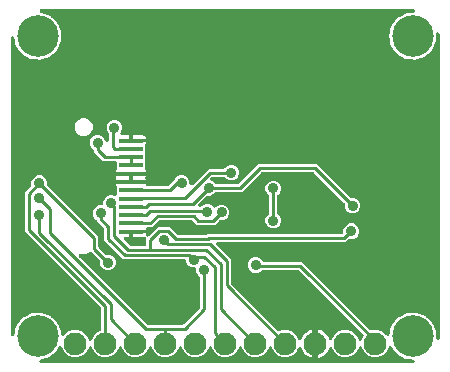
<source format=gbr>
G04 EAGLE Gerber RS-274X export*
G75*
%MOMM*%
%FSLAX34Y34*%
%LPD*%
%INBottom Copper*%
%IPPOS*%
%AMOC8*
5,1,8,0,0,1.08239X$1,22.5*%
G01*
%ADD10C,3.516000*%
%ADD11R,2.000000X0.400000*%
%ADD12C,1.930400*%
%ADD13C,0.906400*%
%ADD14C,0.254000*%

G36*
X342942Y2546D02*
X342942Y2546D01*
X343019Y2545D01*
X343069Y2549D01*
X343103Y2556D01*
X343139Y2556D01*
X343230Y2579D01*
X343246Y2581D01*
X343264Y2587D01*
X343274Y2589D01*
X343411Y2616D01*
X343443Y2631D01*
X343477Y2639D01*
X343602Y2702D01*
X343729Y2759D01*
X343757Y2780D01*
X343788Y2796D01*
X343895Y2886D01*
X344006Y2970D01*
X344028Y2998D01*
X344055Y3020D01*
X344139Y3132D01*
X344227Y3239D01*
X344243Y3271D01*
X344264Y3299D01*
X344320Y3427D01*
X344382Y3551D01*
X344390Y3586D01*
X344405Y3618D01*
X344430Y3755D01*
X344462Y3891D01*
X344462Y3926D01*
X344469Y3961D01*
X344463Y4100D01*
X344463Y4239D01*
X344455Y4274D01*
X344453Y4309D01*
X344416Y4443D01*
X344384Y4579D01*
X344369Y4610D01*
X344359Y4644D01*
X344292Y4767D01*
X344231Y4892D01*
X344208Y4919D01*
X344191Y4950D01*
X344098Y5053D01*
X344010Y5161D01*
X343982Y5183D01*
X343958Y5209D01*
X343844Y5289D01*
X343734Y5374D01*
X343702Y5388D01*
X343673Y5408D01*
X343543Y5460D01*
X343416Y5518D01*
X343382Y5525D01*
X343349Y5538D01*
X343109Y5583D01*
X341242Y5779D01*
X341193Y5778D01*
X341083Y5787D01*
X338999Y5787D01*
X338467Y6008D01*
X338374Y6034D01*
X338284Y6070D01*
X338179Y6090D01*
X338132Y6103D01*
X338099Y6105D01*
X338043Y6115D01*
X336680Y6258D01*
X333768Y7940D01*
X333726Y7958D01*
X333590Y8028D01*
X331790Y8773D01*
X331202Y9361D01*
X331142Y9409D01*
X331088Y9465D01*
X330966Y9549D01*
X330929Y9578D01*
X330911Y9586D01*
X330886Y9604D01*
X329433Y10443D01*
X327676Y12861D01*
X327668Y12870D01*
X327520Y13043D01*
X326273Y14290D01*
X325859Y15290D01*
X325831Y15340D01*
X325812Y15394D01*
X325781Y15444D01*
X325779Y15447D01*
X325773Y15456D01*
X325699Y15579D01*
X325690Y15595D01*
X325687Y15597D01*
X325684Y15602D01*
X325172Y16308D01*
X325107Y16378D01*
X325050Y16455D01*
X324989Y16506D01*
X324936Y16564D01*
X324857Y16618D01*
X324784Y16680D01*
X324714Y16716D01*
X324648Y16761D01*
X324559Y16795D01*
X324474Y16839D01*
X324397Y16858D01*
X324323Y16886D01*
X324228Y16900D01*
X324136Y16923D01*
X324056Y16924D01*
X323978Y16935D01*
X323883Y16926D01*
X323787Y16928D01*
X323710Y16911D01*
X323631Y16904D01*
X323540Y16874D01*
X323447Y16854D01*
X323375Y16820D01*
X323300Y16795D01*
X323218Y16745D01*
X323132Y16704D01*
X323070Y16655D01*
X323002Y16613D01*
X322934Y16546D01*
X322859Y16486D01*
X322810Y16424D01*
X322754Y16369D01*
X322703Y16288D01*
X322644Y16213D01*
X322594Y16116D01*
X322568Y16074D01*
X322557Y16043D01*
X322532Y15995D01*
X321056Y12431D01*
X317769Y9144D01*
X313474Y7365D01*
X308826Y7365D01*
X304531Y9144D01*
X301244Y12431D01*
X299857Y15779D01*
X299809Y15867D01*
X299769Y15959D01*
X299724Y16019D01*
X299688Y16084D01*
X299621Y16158D01*
X299561Y16239D01*
X299504Y16287D01*
X299454Y16342D01*
X299371Y16399D01*
X299295Y16464D01*
X299228Y16498D01*
X299167Y16540D01*
X299074Y16577D01*
X298984Y16623D01*
X298912Y16641D01*
X298843Y16668D01*
X298743Y16683D01*
X298646Y16707D01*
X298572Y16708D01*
X298498Y16719D01*
X298398Y16711D01*
X298298Y16712D01*
X298225Y16696D01*
X298151Y16690D01*
X298055Y16659D01*
X297957Y16638D01*
X297890Y16606D01*
X297819Y16583D01*
X297733Y16531D01*
X297642Y16488D01*
X297584Y16442D01*
X297521Y16403D01*
X297448Y16333D01*
X297370Y16271D01*
X297324Y16212D01*
X297271Y16160D01*
X297216Y16076D01*
X297154Y15997D01*
X297108Y15908D01*
X297082Y15867D01*
X297070Y15833D01*
X297043Y15779D01*
X295656Y12431D01*
X292369Y9144D01*
X288074Y7365D01*
X283426Y7365D01*
X279131Y9144D01*
X275844Y12431D01*
X274721Y15144D01*
X274643Y15284D01*
X274568Y15425D01*
X274558Y15436D01*
X274551Y15448D01*
X274444Y15567D01*
X274339Y15687D01*
X274327Y15696D01*
X274317Y15707D01*
X274186Y15797D01*
X274056Y15891D01*
X274042Y15896D01*
X274030Y15905D01*
X273881Y15964D01*
X273734Y16025D01*
X273720Y16027D01*
X273706Y16033D01*
X273548Y16056D01*
X273390Y16082D01*
X273376Y16081D01*
X273361Y16083D01*
X273202Y16070D01*
X273042Y16060D01*
X273029Y16056D01*
X273014Y16054D01*
X272861Y16005D01*
X272709Y15959D01*
X272696Y15952D01*
X272682Y15947D01*
X272545Y15864D01*
X272407Y15785D01*
X272396Y15775D01*
X272384Y15768D01*
X272269Y15656D01*
X272152Y15547D01*
X272144Y15535D01*
X272134Y15525D01*
X272047Y15390D01*
X271959Y15257D01*
X271952Y15241D01*
X271946Y15232D01*
X271933Y15195D01*
X271865Y15032D01*
X271649Y14369D01*
X270778Y12660D01*
X269650Y11107D01*
X268293Y9750D01*
X266740Y8622D01*
X265030Y7751D01*
X263205Y7157D01*
X262849Y7101D01*
X262849Y18074D01*
X262846Y18100D01*
X262848Y18126D01*
X262826Y18273D01*
X262809Y18420D01*
X262801Y18445D01*
X262797Y18471D01*
X262742Y18608D01*
X262692Y18748D01*
X262678Y18770D01*
X262668Y18795D01*
X262583Y18916D01*
X262503Y19041D01*
X262490Y19053D01*
X262535Y19100D01*
X262549Y19123D01*
X262566Y19142D01*
X262638Y19272D01*
X262714Y19399D01*
X262722Y19424D01*
X262735Y19447D01*
X262775Y19590D01*
X262820Y19731D01*
X262822Y19757D01*
X262830Y19782D01*
X262849Y20026D01*
X262849Y30999D01*
X263205Y30943D01*
X265030Y30349D01*
X266740Y29478D01*
X268293Y28350D01*
X269650Y26993D01*
X270778Y25440D01*
X271649Y23731D01*
X271865Y23068D01*
X271931Y22923D01*
X271995Y22776D01*
X272003Y22765D01*
X272009Y22751D01*
X272107Y22625D01*
X272203Y22497D01*
X272214Y22487D01*
X272223Y22476D01*
X272347Y22374D01*
X272469Y22271D01*
X272482Y22265D01*
X272493Y22256D01*
X272636Y22186D01*
X272779Y22113D01*
X272793Y22109D01*
X272806Y22103D01*
X272961Y22067D01*
X273117Y22029D01*
X273132Y22028D01*
X273146Y22025D01*
X273305Y22026D01*
X273466Y22023D01*
X273480Y22027D01*
X273494Y22027D01*
X273650Y22064D01*
X273806Y22098D01*
X273819Y22104D01*
X273833Y22107D01*
X273977Y22179D01*
X274121Y22248D01*
X274132Y22257D01*
X274145Y22263D01*
X274268Y22365D01*
X274393Y22465D01*
X274402Y22476D01*
X274413Y22486D01*
X274510Y22613D01*
X274609Y22738D01*
X274617Y22754D01*
X274624Y22763D01*
X274640Y22798D01*
X274721Y22956D01*
X275844Y25669D01*
X279131Y28956D01*
X283426Y30735D01*
X288074Y30735D01*
X292369Y28956D01*
X295656Y25669D01*
X297043Y22321D01*
X297091Y22233D01*
X297132Y22141D01*
X297176Y22081D01*
X297212Y22016D01*
X297279Y21942D01*
X297339Y21861D01*
X297396Y21813D01*
X297446Y21758D01*
X297529Y21701D01*
X297605Y21636D01*
X297672Y21602D01*
X297733Y21560D01*
X297826Y21523D01*
X297916Y21477D01*
X297988Y21459D01*
X298057Y21432D01*
X298156Y21417D01*
X298254Y21393D01*
X298328Y21392D01*
X298402Y21381D01*
X298502Y21389D01*
X298602Y21388D01*
X298675Y21404D01*
X298749Y21410D01*
X298845Y21441D01*
X298943Y21462D01*
X299010Y21494D01*
X299081Y21517D01*
X299167Y21569D01*
X299258Y21612D01*
X299316Y21658D01*
X299379Y21697D01*
X299452Y21767D01*
X299530Y21829D01*
X299576Y21888D01*
X299629Y21940D01*
X299684Y22024D01*
X299746Y22103D01*
X299792Y22192D01*
X299818Y22233D01*
X299830Y22267D01*
X299857Y22321D01*
X301193Y25546D01*
X301214Y25620D01*
X301245Y25690D01*
X301262Y25787D01*
X301289Y25881D01*
X301293Y25958D01*
X301306Y26033D01*
X301301Y26131D01*
X301306Y26229D01*
X301292Y26305D01*
X301288Y26381D01*
X301261Y26475D01*
X301243Y26572D01*
X301213Y26642D01*
X301192Y26716D01*
X301144Y26802D01*
X301105Y26892D01*
X301059Y26953D01*
X301022Y27020D01*
X300925Y27134D01*
X300897Y27172D01*
X300882Y27184D01*
X300863Y27206D01*
X246728Y81341D01*
X246629Y81420D01*
X246535Y81504D01*
X246493Y81528D01*
X246455Y81558D01*
X246341Y81612D01*
X246230Y81673D01*
X246184Y81686D01*
X246140Y81707D01*
X246017Y81733D01*
X245895Y81768D01*
X245834Y81773D01*
X245799Y81780D01*
X245751Y81779D01*
X245651Y81787D01*
X216123Y81787D01*
X215998Y81773D01*
X215871Y81766D01*
X215825Y81753D01*
X215777Y81747D01*
X215658Y81705D01*
X215537Y81670D01*
X215494Y81646D01*
X215449Y81630D01*
X215343Y81561D01*
X215232Y81500D01*
X215186Y81460D01*
X215156Y81441D01*
X215123Y81406D01*
X215121Y81405D01*
X215119Y81403D01*
X215115Y81400D01*
X215046Y81341D01*
X213767Y80062D01*
X211354Y79062D01*
X208742Y79062D01*
X206329Y80062D01*
X204483Y81908D01*
X203483Y84321D01*
X203483Y86933D01*
X204483Y89346D01*
X206329Y91192D01*
X208742Y92192D01*
X211354Y92192D01*
X213767Y91192D01*
X215613Y89346D01*
X215618Y89333D01*
X215656Y89266D01*
X215684Y89195D01*
X215740Y89115D01*
X215788Y89028D01*
X215839Y88972D01*
X215883Y88909D01*
X215956Y88843D01*
X216022Y88770D01*
X216085Y88727D01*
X216141Y88676D01*
X216228Y88628D01*
X216309Y88572D01*
X216380Y88544D01*
X216447Y88507D01*
X216541Y88480D01*
X216633Y88444D01*
X216708Y88433D01*
X216782Y88412D01*
X216931Y88400D01*
X216978Y88393D01*
X216997Y88395D01*
X217026Y88393D01*
X249018Y88393D01*
X251399Y86012D01*
X306586Y30825D01*
X306646Y30777D01*
X306699Y30722D01*
X306782Y30669D01*
X306859Y30608D01*
X306928Y30575D01*
X306992Y30534D01*
X307085Y30501D01*
X307174Y30459D01*
X307249Y30443D01*
X307321Y30418D01*
X307419Y30407D01*
X307515Y30386D01*
X307591Y30387D01*
X307667Y30379D01*
X307765Y30390D01*
X307863Y30392D01*
X307937Y30410D01*
X308013Y30419D01*
X308155Y30465D01*
X308201Y30477D01*
X308218Y30486D01*
X308246Y30495D01*
X308826Y30735D01*
X313474Y30735D01*
X317769Y28956D01*
X320536Y26189D01*
X320626Y26117D01*
X320711Y26039D01*
X320762Y26009D01*
X320809Y25972D01*
X320913Y25923D01*
X321013Y25866D01*
X321070Y25849D01*
X321124Y25824D01*
X321237Y25799D01*
X321347Y25766D01*
X321406Y25763D01*
X321464Y25750D01*
X321580Y25752D01*
X321695Y25745D01*
X321754Y25755D01*
X321813Y25756D01*
X321925Y25784D01*
X322039Y25804D01*
X322093Y25827D01*
X322151Y25841D01*
X322253Y25894D01*
X322360Y25939D01*
X322408Y25974D01*
X322461Y26001D01*
X322548Y26076D01*
X322642Y26143D01*
X322681Y26188D01*
X322726Y26227D01*
X322795Y26320D01*
X322870Y26407D01*
X322898Y26459D01*
X322933Y26507D01*
X322979Y26613D01*
X323033Y26715D01*
X323055Y26788D01*
X323071Y26827D01*
X323079Y26870D01*
X323103Y26950D01*
X323254Y27661D01*
X323258Y27698D01*
X323268Y27734D01*
X323287Y27978D01*
X323287Y29301D01*
X323881Y30735D01*
X323886Y30752D01*
X323894Y30767D01*
X323964Y31002D01*
X324513Y33586D01*
X325684Y35198D01*
X325712Y35247D01*
X325748Y35292D01*
X325846Y35485D01*
X325855Y35501D01*
X325856Y35505D01*
X325859Y35510D01*
X326273Y36510D01*
X327520Y37757D01*
X327528Y37766D01*
X327676Y37939D01*
X329433Y40357D01*
X330886Y41196D01*
X330948Y41242D01*
X331016Y41280D01*
X331128Y41376D01*
X331166Y41404D01*
X331179Y41419D01*
X331202Y41439D01*
X331790Y42027D01*
X333590Y42772D01*
X333630Y42795D01*
X333768Y42860D01*
X336680Y44542D01*
X338043Y44685D01*
X338138Y44706D01*
X338234Y44717D01*
X338336Y44750D01*
X338384Y44761D01*
X338414Y44775D01*
X338467Y44792D01*
X338999Y45013D01*
X341083Y45013D01*
X341132Y45018D01*
X341242Y45021D01*
X345004Y45416D01*
X346017Y45087D01*
X346131Y45064D01*
X346244Y45032D01*
X346318Y45026D01*
X346358Y45018D01*
X346403Y45020D01*
X346488Y45013D01*
X346801Y45013D01*
X348765Y44199D01*
X348806Y44188D01*
X348877Y44158D01*
X352963Y42830D01*
X353530Y42320D01*
X353641Y42241D01*
X353748Y42156D01*
X353790Y42135D01*
X353814Y42118D01*
X353860Y42099D01*
X353966Y42045D01*
X354010Y42027D01*
X355375Y40661D01*
X355399Y40642D01*
X355433Y40607D01*
X359183Y37230D01*
X359370Y36810D01*
X359450Y36675D01*
X359484Y36614D01*
X359830Y35778D01*
X359838Y35764D01*
X359846Y35741D01*
X362587Y29585D01*
X362587Y23800D01*
X362600Y23686D01*
X362604Y23572D01*
X362620Y23514D01*
X362627Y23454D01*
X362665Y23346D01*
X362696Y23235D01*
X362724Y23182D01*
X362744Y23126D01*
X362807Y23030D01*
X362861Y22929D01*
X362901Y22884D01*
X362933Y22833D01*
X363016Y22753D01*
X363092Y22667D01*
X363141Y22633D01*
X363184Y22591D01*
X363283Y22532D01*
X363376Y22466D01*
X363432Y22443D01*
X363483Y22412D01*
X363592Y22377D01*
X363699Y22334D01*
X363758Y22324D01*
X363815Y22306D01*
X363929Y22297D01*
X364043Y22279D01*
X364103Y22283D01*
X364162Y22278D01*
X364276Y22295D01*
X364390Y22303D01*
X364448Y22321D01*
X364507Y22330D01*
X364614Y22372D01*
X364723Y22406D01*
X364775Y22436D01*
X364831Y22458D01*
X364925Y22524D01*
X365024Y22582D01*
X365068Y22623D01*
X365117Y22657D01*
X365194Y22742D01*
X365277Y22822D01*
X365310Y22872D01*
X365350Y22916D01*
X365406Y23017D01*
X365469Y23112D01*
X365490Y23169D01*
X365519Y23221D01*
X365550Y23332D01*
X365590Y23439D01*
X365602Y23516D01*
X365614Y23557D01*
X365619Y23619D01*
X365629Y23681D01*
X365755Y25280D01*
X365753Y25323D01*
X365759Y25400D01*
X365759Y279400D01*
X365754Y279442D01*
X365755Y279520D01*
X365629Y281119D01*
X365607Y281232D01*
X365594Y281346D01*
X365573Y281402D01*
X365562Y281461D01*
X365515Y281566D01*
X365476Y281674D01*
X365443Y281724D01*
X365419Y281779D01*
X365349Y281870D01*
X365287Y281967D01*
X365244Y282008D01*
X365207Y282056D01*
X365119Y282129D01*
X365036Y282209D01*
X364985Y282240D01*
X364939Y282278D01*
X364836Y282329D01*
X364737Y282388D01*
X364680Y282406D01*
X364626Y282433D01*
X364515Y282459D01*
X364405Y282494D01*
X364346Y282499D01*
X364287Y282512D01*
X364172Y282513D01*
X364058Y282522D01*
X363999Y282513D01*
X363939Y282513D01*
X363827Y282487D01*
X363713Y282470D01*
X363657Y282448D01*
X363599Y282435D01*
X363496Y282384D01*
X363389Y282341D01*
X363340Y282307D01*
X363286Y282281D01*
X363197Y282208D01*
X363103Y282143D01*
X363063Y282098D01*
X363017Y282060D01*
X362947Y281969D01*
X362870Y281884D01*
X362841Y281831D01*
X362804Y281784D01*
X362757Y281679D01*
X362701Y281579D01*
X362685Y281521D01*
X362660Y281466D01*
X362638Y281354D01*
X362607Y281243D01*
X362600Y281166D01*
X362592Y281125D01*
X362592Y281062D01*
X362587Y281000D01*
X362587Y275215D01*
X359846Y269058D01*
X359841Y269043D01*
X359830Y269022D01*
X359496Y268216D01*
X359487Y268205D01*
X359477Y268186D01*
X359468Y268175D01*
X359450Y268137D01*
X359370Y267990D01*
X359183Y267570D01*
X355433Y264193D01*
X355413Y264170D01*
X355375Y264138D01*
X354010Y262773D01*
X353966Y262755D01*
X353847Y262689D01*
X353724Y262628D01*
X353687Y262600D01*
X353662Y262586D01*
X353624Y262552D01*
X353530Y262480D01*
X352963Y261970D01*
X348877Y260642D01*
X348839Y260624D01*
X348765Y260601D01*
X346801Y259787D01*
X346488Y259787D01*
X346372Y259774D01*
X346255Y259769D01*
X346182Y259752D01*
X346141Y259747D01*
X346099Y259732D01*
X346017Y259713D01*
X345004Y259384D01*
X341242Y259779D01*
X341192Y259778D01*
X341083Y259787D01*
X338999Y259787D01*
X338467Y260007D01*
X338374Y260034D01*
X338284Y260070D01*
X338179Y260090D01*
X338132Y260103D01*
X338098Y260105D01*
X338043Y260115D01*
X336681Y260258D01*
X333768Y261940D01*
X333726Y261958D01*
X333590Y262028D01*
X331790Y262773D01*
X331202Y263361D01*
X331142Y263409D01*
X331088Y263465D01*
X330966Y263549D01*
X330929Y263578D01*
X330911Y263586D01*
X330886Y263604D01*
X329433Y264443D01*
X327676Y266861D01*
X327668Y266870D01*
X327520Y267043D01*
X326273Y268290D01*
X325859Y269290D01*
X325831Y269340D01*
X325812Y269394D01*
X325699Y269579D01*
X325690Y269595D01*
X325687Y269597D01*
X325684Y269602D01*
X324513Y271214D01*
X323964Y273799D01*
X323958Y273815D01*
X323956Y273832D01*
X323881Y274065D01*
X323287Y275499D01*
X323287Y276822D01*
X323283Y276859D01*
X323285Y276896D01*
X323254Y277139D01*
X322773Y279400D01*
X323254Y281661D01*
X323258Y281699D01*
X323268Y281734D01*
X323287Y281978D01*
X323287Y283301D01*
X323881Y284735D01*
X323886Y284752D01*
X323894Y284767D01*
X323964Y285001D01*
X324513Y287586D01*
X325684Y289198D01*
X325712Y289248D01*
X325748Y289292D01*
X325846Y289485D01*
X325855Y289501D01*
X325856Y289505D01*
X325859Y289510D01*
X326273Y290510D01*
X327520Y291757D01*
X327528Y291766D01*
X327676Y291939D01*
X329433Y294357D01*
X330886Y295196D01*
X330948Y295242D01*
X331016Y295280D01*
X331083Y295338D01*
X331104Y295351D01*
X331128Y295375D01*
X331128Y295376D01*
X331166Y295404D01*
X331179Y295419D01*
X331202Y295439D01*
X331790Y296027D01*
X333590Y296772D01*
X333630Y296795D01*
X333768Y296860D01*
X336681Y298542D01*
X338043Y298685D01*
X338138Y298706D01*
X338234Y298717D01*
X338336Y298750D01*
X338384Y298761D01*
X338414Y298775D01*
X338467Y298793D01*
X338999Y299013D01*
X341083Y299013D01*
X341132Y299018D01*
X341242Y299021D01*
X343108Y299217D01*
X343143Y299225D01*
X343178Y299226D01*
X343313Y299263D01*
X343449Y299293D01*
X343480Y299308D01*
X343514Y299318D01*
X343637Y299384D01*
X343763Y299444D01*
X343790Y299466D01*
X343821Y299483D01*
X343926Y299575D01*
X344034Y299663D01*
X344056Y299691D01*
X344082Y299714D01*
X344163Y299828D01*
X344249Y299937D01*
X344264Y299969D01*
X344284Y299998D01*
X344337Y300127D01*
X344395Y300254D01*
X344403Y300288D01*
X344416Y300321D01*
X344438Y300458D01*
X344466Y300595D01*
X344465Y300630D01*
X344471Y300665D01*
X344461Y300803D01*
X344458Y300943D01*
X344449Y300977D01*
X344447Y301012D01*
X344405Y301146D01*
X344370Y301281D01*
X344354Y301312D01*
X344344Y301345D01*
X344273Y301465D01*
X344209Y301589D01*
X344186Y301616D01*
X344168Y301646D01*
X344072Y301748D01*
X343981Y301853D01*
X343952Y301874D01*
X343928Y301899D01*
X343812Y301976D01*
X343699Y302058D01*
X343667Y302072D01*
X343637Y302091D01*
X343507Y302139D01*
X343378Y302194D01*
X343343Y302200D01*
X343310Y302212D01*
X343152Y302237D01*
X343144Y302240D01*
X343132Y302241D01*
X343069Y302251D01*
X343019Y302255D01*
X342977Y302253D01*
X342900Y302259D01*
X28372Y302259D01*
X28263Y302247D01*
X28153Y302243D01*
X28090Y302227D01*
X28026Y302219D01*
X27922Y302182D01*
X27816Y302154D01*
X27759Y302124D01*
X27698Y302102D01*
X27605Y302042D01*
X27508Y301991D01*
X27459Y301948D01*
X27405Y301913D01*
X27328Y301834D01*
X27245Y301761D01*
X27208Y301709D01*
X27163Y301662D01*
X27106Y301568D01*
X27042Y301479D01*
X27017Y301419D01*
X26984Y301363D01*
X26950Y301258D01*
X26908Y301157D01*
X26897Y301093D01*
X26878Y301031D01*
X26869Y300922D01*
X26851Y300813D01*
X26855Y300748D01*
X26850Y300684D01*
X26866Y300575D01*
X26873Y300465D01*
X26892Y300403D01*
X26901Y300339D01*
X26942Y300237D01*
X26974Y300132D01*
X27006Y300075D01*
X27030Y300015D01*
X27093Y299925D01*
X27148Y299830D01*
X27192Y299782D01*
X27229Y299729D01*
X27311Y299655D01*
X27386Y299575D01*
X27440Y299539D01*
X27488Y299496D01*
X27584Y299442D01*
X27675Y299381D01*
X27754Y299349D01*
X27793Y299327D01*
X27832Y299316D01*
X27901Y299287D01*
X28517Y299087D01*
X28631Y299064D01*
X28744Y299032D01*
X28818Y299026D01*
X28859Y299018D01*
X28903Y299020D01*
X28988Y299013D01*
X29301Y299013D01*
X31265Y298199D01*
X31306Y298188D01*
X31377Y298158D01*
X35463Y296830D01*
X36030Y296320D01*
X36141Y296241D01*
X36248Y296156D01*
X36290Y296135D01*
X36314Y296118D01*
X36360Y296099D01*
X36466Y296045D01*
X36510Y296027D01*
X37875Y294661D01*
X37899Y294642D01*
X37933Y294607D01*
X41683Y291230D01*
X41870Y290810D01*
X41950Y290675D01*
X41984Y290614D01*
X42330Y289778D01*
X42338Y289764D01*
X42346Y289741D01*
X45087Y283585D01*
X45087Y275215D01*
X42346Y269059D01*
X42341Y269044D01*
X42330Y269022D01*
X41996Y268216D01*
X41987Y268205D01*
X41977Y268186D01*
X41968Y268175D01*
X41950Y268137D01*
X41870Y267990D01*
X41683Y267570D01*
X37933Y264193D01*
X37913Y264171D01*
X37875Y264138D01*
X36510Y262773D01*
X36466Y262755D01*
X36346Y262688D01*
X36224Y262628D01*
X36187Y262600D01*
X36162Y262586D01*
X36124Y262552D01*
X36030Y262480D01*
X35463Y261970D01*
X31377Y260642D01*
X31339Y260625D01*
X31265Y260601D01*
X29301Y259787D01*
X28988Y259787D01*
X28871Y259774D01*
X28755Y259769D01*
X28682Y259752D01*
X28641Y259747D01*
X28599Y259732D01*
X28517Y259713D01*
X27504Y259384D01*
X23742Y259779D01*
X23693Y259778D01*
X23583Y259787D01*
X21499Y259787D01*
X20967Y260008D01*
X20874Y260034D01*
X20784Y260070D01*
X20679Y260090D01*
X20632Y260103D01*
X20599Y260105D01*
X20543Y260115D01*
X19180Y260258D01*
X16268Y261940D01*
X16226Y261958D01*
X16090Y262028D01*
X14290Y262773D01*
X13702Y263361D01*
X13642Y263409D01*
X13588Y263465D01*
X13466Y263549D01*
X13429Y263578D01*
X13411Y263586D01*
X13386Y263604D01*
X11933Y264443D01*
X10176Y266861D01*
X10168Y266870D01*
X10020Y267043D01*
X8773Y268290D01*
X8359Y269290D01*
X8331Y269340D01*
X8312Y269394D01*
X8199Y269579D01*
X8190Y269595D01*
X8187Y269597D01*
X8184Y269602D01*
X7013Y271214D01*
X6464Y273798D01*
X6458Y273815D01*
X6456Y273832D01*
X6381Y274065D01*
X5787Y275499D01*
X5787Y276822D01*
X5783Y276859D01*
X5785Y276896D01*
X5754Y277139D01*
X5554Y278080D01*
X5549Y278094D01*
X5547Y278109D01*
X5494Y278259D01*
X5443Y278410D01*
X5435Y278423D01*
X5430Y278437D01*
X5343Y278571D01*
X5260Y278707D01*
X5249Y278717D01*
X5241Y278730D01*
X5126Y278841D01*
X5014Y278954D01*
X5001Y278962D01*
X4990Y278972D01*
X4854Y279054D01*
X4719Y279138D01*
X4704Y279143D01*
X4691Y279151D01*
X4540Y279200D01*
X4389Y279251D01*
X4374Y279253D01*
X4359Y279257D01*
X4201Y279270D01*
X4042Y279286D01*
X4027Y279284D01*
X4012Y279285D01*
X3855Y279262D01*
X3696Y279241D01*
X3682Y279236D01*
X3667Y279234D01*
X3519Y279175D01*
X3370Y279119D01*
X3357Y279111D01*
X3343Y279105D01*
X3213Y279014D01*
X3080Y278926D01*
X3070Y278915D01*
X3057Y278906D01*
X2951Y278788D01*
X2841Y278672D01*
X2834Y278659D01*
X2824Y278647D01*
X2747Y278508D01*
X2667Y278370D01*
X2662Y278356D01*
X2655Y278342D01*
X2612Y278189D01*
X2566Y278037D01*
X2565Y278022D01*
X2560Y278007D01*
X2541Y277763D01*
X2541Y27037D01*
X2542Y27022D01*
X2541Y27007D01*
X2562Y26849D01*
X2581Y26691D01*
X2586Y26676D01*
X2588Y26661D01*
X2645Y26512D01*
X2698Y26363D01*
X2706Y26350D01*
X2712Y26336D01*
X2801Y26204D01*
X2887Y26070D01*
X2898Y26059D01*
X2907Y26047D01*
X3023Y25938D01*
X3138Y25828D01*
X3151Y25820D01*
X3162Y25809D01*
X3300Y25730D01*
X3437Y25649D01*
X3451Y25644D01*
X3465Y25637D01*
X3617Y25591D01*
X3769Y25543D01*
X3784Y25541D01*
X3799Y25537D01*
X3958Y25527D01*
X4116Y25515D01*
X4131Y25517D01*
X4146Y25516D01*
X4304Y25543D01*
X4461Y25566D01*
X4475Y25572D01*
X4490Y25574D01*
X4637Y25636D01*
X4785Y25695D01*
X4797Y25704D01*
X4811Y25710D01*
X4940Y25803D01*
X5071Y25894D01*
X5081Y25905D01*
X5093Y25914D01*
X5198Y26034D01*
X5304Y26153D01*
X5312Y26166D01*
X5322Y26178D01*
X5396Y26318D01*
X5473Y26458D01*
X5477Y26472D01*
X5484Y26486D01*
X5554Y26720D01*
X5754Y27661D01*
X5757Y27698D01*
X5768Y27734D01*
X5787Y27978D01*
X5787Y29301D01*
X6381Y30735D01*
X6386Y30752D01*
X6394Y30767D01*
X6464Y31002D01*
X7013Y33586D01*
X8184Y35198D01*
X8212Y35247D01*
X8248Y35292D01*
X8346Y35485D01*
X8355Y35501D01*
X8356Y35505D01*
X8359Y35510D01*
X8773Y36510D01*
X10020Y37757D01*
X10028Y37766D01*
X10176Y37939D01*
X11933Y40357D01*
X13386Y41196D01*
X13448Y41242D01*
X13516Y41280D01*
X13628Y41376D01*
X13666Y41404D01*
X13679Y41419D01*
X13702Y41439D01*
X14290Y42027D01*
X16090Y42772D01*
X16130Y42795D01*
X16268Y42860D01*
X19180Y44542D01*
X20543Y44685D01*
X20638Y44706D01*
X20734Y44717D01*
X20836Y44750D01*
X20884Y44761D01*
X20914Y44775D01*
X20967Y44792D01*
X21499Y45013D01*
X23583Y45013D01*
X23632Y45018D01*
X23742Y45021D01*
X27504Y45416D01*
X28517Y45087D01*
X28631Y45064D01*
X28744Y45032D01*
X28818Y45026D01*
X28858Y45018D01*
X28903Y45020D01*
X28988Y45013D01*
X29301Y45013D01*
X31265Y44199D01*
X31306Y44188D01*
X31377Y44158D01*
X35463Y42830D01*
X36030Y42320D01*
X36141Y42241D01*
X36248Y42156D01*
X36290Y42135D01*
X36314Y42118D01*
X36360Y42099D01*
X36466Y42045D01*
X36510Y42027D01*
X37875Y40661D01*
X37899Y40642D01*
X37933Y40607D01*
X41683Y37230D01*
X41870Y36810D01*
X41950Y36675D01*
X41984Y36614D01*
X42330Y35778D01*
X42338Y35764D01*
X42346Y35741D01*
X45087Y29585D01*
X45087Y27189D01*
X45098Y27089D01*
X45100Y26989D01*
X45118Y26917D01*
X45127Y26843D01*
X45161Y26748D01*
X45185Y26651D01*
X45219Y26585D01*
X45244Y26515D01*
X45299Y26430D01*
X45345Y26341D01*
X45393Y26284D01*
X45433Y26222D01*
X45506Y26152D01*
X45571Y26076D01*
X45630Y26031D01*
X45684Y25980D01*
X45770Y25928D01*
X45851Y25869D01*
X45919Y25839D01*
X45983Y25801D01*
X46079Y25770D01*
X46171Y25731D01*
X46244Y25717D01*
X46315Y25695D01*
X46415Y25687D01*
X46514Y25669D01*
X46588Y25673D01*
X46662Y25667D01*
X46762Y25682D01*
X46862Y25687D01*
X46933Y25707D01*
X47007Y25718D01*
X47100Y25755D01*
X47197Y25783D01*
X47262Y25820D01*
X47331Y25847D01*
X47413Y25904D01*
X47501Y25953D01*
X47578Y26019D01*
X47617Y26046D01*
X47641Y26073D01*
X47687Y26112D01*
X50531Y28956D01*
X54826Y30735D01*
X59474Y30735D01*
X63769Y28956D01*
X67056Y25669D01*
X68443Y22321D01*
X68491Y22233D01*
X68532Y22141D01*
X68576Y22081D01*
X68612Y22016D01*
X68679Y21942D01*
X68739Y21861D01*
X68796Y21813D01*
X68846Y21758D01*
X68929Y21701D01*
X69005Y21636D01*
X69072Y21602D01*
X69133Y21560D01*
X69226Y21523D01*
X69316Y21477D01*
X69388Y21459D01*
X69457Y21432D01*
X69556Y21417D01*
X69654Y21393D01*
X69728Y21392D01*
X69802Y21381D01*
X69902Y21389D01*
X70002Y21388D01*
X70075Y21404D01*
X70149Y21410D01*
X70245Y21441D01*
X70343Y21462D01*
X70410Y21494D01*
X70481Y21517D01*
X70567Y21569D01*
X70658Y21612D01*
X70716Y21658D01*
X70779Y21697D01*
X70852Y21767D01*
X70930Y21829D01*
X70976Y21888D01*
X71029Y21940D01*
X71084Y22024D01*
X71146Y22103D01*
X71192Y22192D01*
X71218Y22233D01*
X71230Y22267D01*
X71257Y22321D01*
X72644Y25669D01*
X75931Y28956D01*
X78307Y29940D01*
X78374Y29977D01*
X78445Y30005D01*
X78526Y30061D01*
X78612Y30109D01*
X78668Y30161D01*
X78731Y30204D01*
X78797Y30277D01*
X78870Y30343D01*
X78913Y30406D01*
X78964Y30463D01*
X79012Y30549D01*
X79068Y30630D01*
X79096Y30701D01*
X79133Y30768D01*
X79160Y30863D01*
X79196Y30954D01*
X79207Y31030D01*
X79228Y31103D01*
X79240Y31252D01*
X79247Y31299D01*
X79245Y31318D01*
X79247Y31347D01*
X79247Y48801D01*
X79233Y48927D01*
X79226Y49053D01*
X79213Y49099D01*
X79207Y49147D01*
X79165Y49266D01*
X79130Y49388D01*
X79106Y49430D01*
X79090Y49475D01*
X79021Y49582D01*
X78960Y49692D01*
X78920Y49738D01*
X78901Y49768D01*
X78866Y49802D01*
X78801Y49878D01*
X14477Y114202D01*
X14477Y147418D01*
X19659Y152600D01*
X19738Y152699D01*
X19822Y152793D01*
X19846Y152835D01*
X19876Y152873D01*
X19930Y152987D01*
X19991Y153098D01*
X20004Y153144D01*
X20025Y153188D01*
X20051Y153311D01*
X20086Y153433D01*
X20091Y153494D01*
X20098Y153529D01*
X20097Y153577D01*
X20105Y153677D01*
X20105Y156246D01*
X21105Y158659D01*
X22951Y160505D01*
X25364Y161505D01*
X27976Y161505D01*
X30389Y160505D01*
X32235Y158659D01*
X33235Y156246D01*
X33235Y153677D01*
X33249Y153551D01*
X33256Y153425D01*
X33269Y153379D01*
X33275Y153331D01*
X33317Y153212D01*
X33352Y153090D01*
X33376Y153048D01*
X33392Y153003D01*
X33461Y152896D01*
X33522Y152786D01*
X33562Y152740D01*
X33581Y152710D01*
X33616Y152676D01*
X33681Y152600D01*
X76749Y109532D01*
X76749Y101059D01*
X76763Y100933D01*
X76770Y100807D01*
X76783Y100761D01*
X76789Y100713D01*
X76831Y100594D01*
X76866Y100472D01*
X76890Y100430D01*
X76906Y100385D01*
X76975Y100278D01*
X77036Y100168D01*
X77076Y100122D01*
X77095Y100092D01*
X77130Y100058D01*
X77195Y99982D01*
X82536Y94641D01*
X82635Y94562D01*
X82729Y94478D01*
X82771Y94454D01*
X82809Y94424D01*
X82923Y94370D01*
X83034Y94309D01*
X83080Y94296D01*
X83124Y94275D01*
X83247Y94249D01*
X83369Y94214D01*
X83430Y94209D01*
X83465Y94202D01*
X83513Y94203D01*
X83613Y94195D01*
X86182Y94195D01*
X88595Y93195D01*
X90441Y91349D01*
X91441Y88936D01*
X91441Y86324D01*
X90441Y83911D01*
X88595Y82065D01*
X86182Y81065D01*
X83570Y81065D01*
X81157Y82065D01*
X79311Y83911D01*
X78311Y86324D01*
X78311Y88893D01*
X78297Y89019D01*
X78290Y89145D01*
X78277Y89191D01*
X78271Y89239D01*
X78229Y89358D01*
X78194Y89480D01*
X78170Y89522D01*
X78154Y89567D01*
X78085Y89674D01*
X78024Y89784D01*
X77984Y89830D01*
X77965Y89860D01*
X77930Y89894D01*
X77865Y89970D01*
X72524Y95311D01*
X71282Y96553D01*
X71261Y96570D01*
X71244Y96590D01*
X71153Y96657D01*
X71106Y96699D01*
X71079Y96714D01*
X71009Y96770D01*
X70985Y96781D01*
X70964Y96797D01*
X70828Y96856D01*
X70694Y96919D01*
X70668Y96924D01*
X70644Y96935D01*
X70498Y96961D01*
X70353Y96992D01*
X70327Y96992D01*
X70301Y96997D01*
X70152Y96989D01*
X70005Y96986D01*
X69979Y96980D01*
X69953Y96979D01*
X69810Y96938D01*
X69667Y96901D01*
X69643Y96889D01*
X69618Y96882D01*
X69521Y96828D01*
X69513Y96825D01*
X69495Y96814D01*
X69488Y96810D01*
X69357Y96742D01*
X69337Y96725D01*
X69314Y96712D01*
X69238Y96647D01*
X69220Y96636D01*
X69201Y96616D01*
X69128Y96553D01*
X68582Y96007D01*
X65810Y94859D01*
X62810Y94859D01*
X62359Y95046D01*
X62311Y95060D01*
X62265Y95081D01*
X62144Y95108D01*
X62024Y95142D01*
X61974Y95144D01*
X61924Y95155D01*
X61800Y95153D01*
X61676Y95159D01*
X61626Y95150D01*
X61576Y95149D01*
X61455Y95118D01*
X61333Y95096D01*
X61287Y95076D01*
X61238Y95064D01*
X61127Y95007D01*
X61013Y94957D01*
X60973Y94927D01*
X60928Y94904D01*
X60833Y94824D01*
X60734Y94749D01*
X60701Y94711D01*
X60663Y94678D01*
X60589Y94578D01*
X60509Y94483D01*
X60486Y94439D01*
X60456Y94398D01*
X60406Y94284D01*
X60350Y94173D01*
X60338Y94124D01*
X60318Y94078D01*
X60296Y93955D01*
X60266Y93835D01*
X60265Y93785D01*
X60256Y93735D01*
X60262Y93611D01*
X60261Y93486D01*
X60271Y93437D01*
X60274Y93387D01*
X60308Y93267D01*
X60335Y93146D01*
X60356Y93101D01*
X60370Y93052D01*
X60431Y92944D01*
X60485Y92831D01*
X60516Y92792D01*
X60541Y92748D01*
X60699Y92562D01*
X117762Y35499D01*
X117861Y35420D01*
X117955Y35336D01*
X117997Y35312D01*
X118035Y35282D01*
X118149Y35228D01*
X118260Y35167D01*
X118306Y35154D01*
X118350Y35133D01*
X118473Y35107D01*
X118595Y35072D01*
X118656Y35067D01*
X118691Y35060D01*
X118739Y35061D01*
X118839Y35053D01*
X147861Y35053D01*
X147987Y35067D01*
X148113Y35074D01*
X148159Y35087D01*
X148207Y35093D01*
X148326Y35135D01*
X148448Y35170D01*
X148490Y35194D01*
X148535Y35210D01*
X148642Y35279D01*
X148752Y35340D01*
X148798Y35380D01*
X148828Y35399D01*
X148862Y35434D01*
X148938Y35499D01*
X162621Y49182D01*
X162700Y49281D01*
X162784Y49375D01*
X162808Y49417D01*
X162838Y49455D01*
X162892Y49569D01*
X162953Y49680D01*
X162966Y49726D01*
X162987Y49770D01*
X163013Y49893D01*
X163048Y50015D01*
X163053Y50076D01*
X163060Y50111D01*
X163059Y50159D01*
X163067Y50259D01*
X163067Y74668D01*
X163053Y74793D01*
X163046Y74920D01*
X163033Y74966D01*
X163027Y75014D01*
X162985Y75133D01*
X162950Y75254D01*
X162926Y75297D01*
X162910Y75342D01*
X162841Y75448D01*
X162780Y75559D01*
X162740Y75605D01*
X162721Y75635D01*
X162686Y75668D01*
X162621Y75745D01*
X160805Y77561D01*
X159805Y79974D01*
X159805Y82082D01*
X159802Y82108D01*
X159804Y82134D01*
X159782Y82281D01*
X159765Y82428D01*
X159757Y82453D01*
X159753Y82479D01*
X159698Y82617D01*
X159648Y82756D01*
X159634Y82778D01*
X159624Y82803D01*
X159539Y82924D01*
X159459Y83049D01*
X159440Y83067D01*
X159425Y83089D01*
X159315Y83188D01*
X159208Y83291D01*
X159186Y83305D01*
X159166Y83322D01*
X159036Y83394D01*
X158909Y83470D01*
X158884Y83478D01*
X158861Y83491D01*
X158718Y83531D01*
X158577Y83576D01*
X158551Y83578D01*
X158526Y83586D01*
X158282Y83605D01*
X156174Y83605D01*
X153761Y84605D01*
X151915Y86451D01*
X150915Y88864D01*
X150915Y89154D01*
X150912Y89180D01*
X150914Y89206D01*
X150892Y89353D01*
X150875Y89500D01*
X150867Y89525D01*
X150863Y89551D01*
X150808Y89689D01*
X150758Y89828D01*
X150744Y89850D01*
X150734Y89875D01*
X150649Y89996D01*
X150569Y90121D01*
X150550Y90139D01*
X150535Y90161D01*
X150425Y90260D01*
X150318Y90363D01*
X150296Y90377D01*
X150276Y90394D01*
X150146Y90466D01*
X150019Y90542D01*
X149994Y90550D01*
X149971Y90563D01*
X149828Y90603D01*
X149687Y90648D01*
X149661Y90650D01*
X149636Y90658D01*
X149392Y90677D01*
X97692Y90677D01*
X95311Y93058D01*
X84168Y104201D01*
X81787Y106582D01*
X81787Y116111D01*
X81773Y116237D01*
X81766Y116363D01*
X81753Y116409D01*
X81747Y116457D01*
X81705Y116576D01*
X81670Y116698D01*
X81646Y116740D01*
X81630Y116785D01*
X81561Y116892D01*
X81500Y117002D01*
X81460Y117048D01*
X81441Y117078D01*
X81406Y117112D01*
X81341Y117188D01*
X75420Y123109D01*
X75416Y123180D01*
X75403Y123226D01*
X75397Y123274D01*
X75355Y123393D01*
X75320Y123514D01*
X75296Y123557D01*
X75280Y123602D01*
X75211Y123708D01*
X75150Y123819D01*
X75110Y123865D01*
X75091Y123895D01*
X75056Y123928D01*
X74991Y124005D01*
X73175Y125821D01*
X72175Y128234D01*
X72175Y130846D01*
X73175Y133259D01*
X75021Y135105D01*
X77434Y136105D01*
X79542Y136105D01*
X79568Y136108D01*
X79594Y136106D01*
X79741Y136128D01*
X79888Y136145D01*
X79913Y136153D01*
X79939Y136157D01*
X80077Y136212D01*
X80216Y136262D01*
X80238Y136276D01*
X80263Y136286D01*
X80384Y136371D01*
X80509Y136451D01*
X80527Y136470D01*
X80549Y136485D01*
X80648Y136595D01*
X80751Y136702D01*
X80765Y136724D01*
X80782Y136744D01*
X80854Y136874D01*
X80930Y137001D01*
X80938Y137026D01*
X80951Y137049D01*
X80991Y137192D01*
X81036Y137333D01*
X81038Y137359D01*
X81046Y137384D01*
X81065Y137628D01*
X81065Y139522D01*
X82065Y141935D01*
X83911Y143781D01*
X86324Y144781D01*
X88936Y144781D01*
X90054Y144317D01*
X90171Y144269D01*
X90316Y144228D01*
X90459Y144182D01*
X90483Y144180D01*
X90506Y144173D01*
X90657Y144166D01*
X90806Y144154D01*
X90830Y144158D01*
X90854Y144156D01*
X91002Y144183D01*
X91151Y144206D01*
X91173Y144215D01*
X91197Y144219D01*
X91335Y144279D01*
X91475Y144334D01*
X91495Y144348D01*
X91517Y144358D01*
X91638Y144448D01*
X91761Y144533D01*
X91777Y144551D01*
X91797Y144566D01*
X91894Y144681D01*
X91994Y144792D01*
X92006Y144813D01*
X92022Y144832D01*
X92090Y144965D01*
X92163Y145097D01*
X92169Y145120D01*
X92180Y145142D01*
X92217Y145288D01*
X92258Y145433D01*
X92260Y145462D01*
X92265Y145480D01*
X92265Y145527D01*
X92277Y145676D01*
X92277Y151931D01*
X92266Y152032D01*
X92264Y152134D01*
X92246Y152205D01*
X92237Y152277D01*
X92203Y152373D01*
X92178Y152472D01*
X92136Y152561D01*
X92120Y152605D01*
X92100Y152636D01*
X92073Y152693D01*
X91942Y152919D01*
X91769Y153565D01*
X91769Y154377D01*
X104310Y154377D01*
X116851Y154377D01*
X116851Y153726D01*
X116854Y153700D01*
X116852Y153674D01*
X116874Y153527D01*
X116891Y153380D01*
X116899Y153355D01*
X116903Y153329D01*
X116958Y153191D01*
X117008Y153052D01*
X117022Y153030D01*
X117032Y153005D01*
X117117Y152884D01*
X117197Y152759D01*
X117216Y152741D01*
X117231Y152719D01*
X117341Y152620D01*
X117448Y152517D01*
X117470Y152503D01*
X117490Y152486D01*
X117620Y152414D01*
X117747Y152338D01*
X117772Y152330D01*
X117795Y152317D01*
X117938Y152277D01*
X118079Y152232D01*
X118105Y152230D01*
X118130Y152222D01*
X118374Y152203D01*
X135257Y152203D01*
X135383Y152217D01*
X135509Y152224D01*
X135555Y152237D01*
X135603Y152243D01*
X135722Y152285D01*
X135844Y152320D01*
X135886Y152344D01*
X135931Y152360D01*
X136038Y152429D01*
X136148Y152490D01*
X136194Y152530D01*
X136224Y152549D01*
X136258Y152584D01*
X136334Y152649D01*
X140972Y157287D01*
X140974Y157289D01*
X140975Y157290D01*
X141085Y157430D01*
X141189Y157560D01*
X141190Y157562D01*
X141191Y157564D01*
X141303Y157781D01*
X141755Y158873D01*
X143601Y160719D01*
X146014Y161719D01*
X148626Y161719D01*
X151039Y160719D01*
X152885Y158873D01*
X153885Y156460D01*
X153885Y154613D01*
X153896Y154513D01*
X153898Y154413D01*
X153916Y154341D01*
X153925Y154267D01*
X153958Y154172D01*
X153983Y154075D01*
X154017Y154009D01*
X154042Y153939D01*
X154097Y153854D01*
X154143Y153765D01*
X154191Y153708D01*
X154231Y153646D01*
X154303Y153576D01*
X154368Y153500D01*
X154428Y153455D01*
X154482Y153404D01*
X154568Y153352D01*
X154649Y153292D01*
X154717Y153263D01*
X154781Y153225D01*
X154877Y153194D01*
X154969Y153154D01*
X155042Y153141D01*
X155113Y153119D01*
X155213Y153110D01*
X155312Y153093D01*
X155386Y153097D01*
X155460Y153091D01*
X155560Y153105D01*
X155660Y153111D01*
X155731Y153131D01*
X155805Y153142D01*
X155898Y153179D01*
X155995Y153207D01*
X156060Y153244D01*
X156129Y153271D01*
X156211Y153328D01*
X156299Y153377D01*
X156375Y153442D01*
X156415Y153470D01*
X156439Y153496D01*
X156485Y153536D01*
X170082Y167133D01*
X182618Y167133D01*
X182743Y167147D01*
X182870Y167154D01*
X182916Y167167D01*
X182964Y167173D01*
X183083Y167215D01*
X183204Y167250D01*
X183247Y167274D01*
X183292Y167290D01*
X183398Y167359D01*
X183509Y167420D01*
X183555Y167460D01*
X183585Y167479D01*
X183618Y167514D01*
X183695Y167579D01*
X185511Y169395D01*
X187924Y170395D01*
X190536Y170395D01*
X192949Y169395D01*
X194795Y167549D01*
X195795Y165136D01*
X195795Y162524D01*
X194795Y160111D01*
X192949Y158265D01*
X190536Y157265D01*
X187924Y157265D01*
X185511Y158265D01*
X183695Y160081D01*
X183596Y160160D01*
X183502Y160244D01*
X183460Y160268D01*
X183422Y160298D01*
X183308Y160352D01*
X183197Y160413D01*
X183150Y160426D01*
X183107Y160447D01*
X182983Y160473D01*
X182862Y160508D01*
X182801Y160513D01*
X182766Y160520D01*
X182718Y160519D01*
X182618Y160527D01*
X173449Y160527D01*
X173323Y160513D01*
X173197Y160506D01*
X173151Y160493D01*
X173103Y160487D01*
X172984Y160445D01*
X172862Y160410D01*
X172820Y160386D01*
X172775Y160370D01*
X172668Y160301D01*
X172558Y160240D01*
X172512Y160200D01*
X172482Y160181D01*
X172448Y160146D01*
X172372Y160081D01*
X171886Y159595D01*
X171792Y159477D01*
X171695Y159362D01*
X171684Y159341D01*
X171669Y159322D01*
X171605Y159186D01*
X171536Y159052D01*
X171530Y159029D01*
X171520Y159007D01*
X171488Y158860D01*
X171452Y158714D01*
X171452Y158690D01*
X171447Y158666D01*
X171449Y158516D01*
X171447Y158365D01*
X171452Y158342D01*
X171453Y158318D01*
X171489Y158171D01*
X171521Y158025D01*
X171532Y158003D01*
X171538Y157980D01*
X171607Y157845D01*
X171671Y157710D01*
X171686Y157691D01*
X171697Y157670D01*
X171795Y157555D01*
X171888Y157438D01*
X171907Y157423D01*
X171923Y157404D01*
X172044Y157315D01*
X172162Y157222D01*
X172188Y157209D01*
X172203Y157197D01*
X172247Y157179D01*
X172380Y157110D01*
X173899Y156481D01*
X175715Y154665D01*
X175814Y154586D01*
X175908Y154502D01*
X175950Y154478D01*
X175988Y154448D01*
X176102Y154394D01*
X176213Y154333D01*
X176260Y154320D01*
X176303Y154299D01*
X176427Y154273D01*
X176548Y154238D01*
X176609Y154233D01*
X176644Y154226D01*
X176692Y154227D01*
X176792Y154219D01*
X194637Y154219D01*
X194763Y154233D01*
X194889Y154240D01*
X194935Y154253D01*
X194983Y154259D01*
X195102Y154301D01*
X195224Y154336D01*
X195266Y154360D01*
X195311Y154376D01*
X195418Y154445D01*
X195528Y154506D01*
X195574Y154546D01*
X195604Y154565D01*
X195638Y154600D01*
X195714Y154665D01*
X211992Y170943D01*
X261718Y170943D01*
X289760Y142901D01*
X289859Y142822D01*
X289953Y142738D01*
X289995Y142714D01*
X290033Y142684D01*
X290147Y142630D01*
X290258Y142569D01*
X290304Y142556D01*
X290348Y142535D01*
X290471Y142509D01*
X290593Y142474D01*
X290654Y142469D01*
X290689Y142462D01*
X290737Y142463D01*
X290837Y142455D01*
X293406Y142455D01*
X295819Y141455D01*
X297665Y139609D01*
X298665Y137196D01*
X298665Y134584D01*
X297665Y132171D01*
X295819Y130325D01*
X293406Y129325D01*
X290794Y129325D01*
X288381Y130325D01*
X286535Y132171D01*
X285535Y134584D01*
X285535Y137153D01*
X285521Y137279D01*
X285514Y137405D01*
X285501Y137451D01*
X285495Y137499D01*
X285453Y137618D01*
X285418Y137740D01*
X285394Y137782D01*
X285378Y137827D01*
X285309Y137934D01*
X285248Y138044D01*
X285208Y138090D01*
X285189Y138120D01*
X285154Y138154D01*
X285089Y138230D01*
X259428Y163891D01*
X259329Y163970D01*
X259235Y164054D01*
X259193Y164078D01*
X259155Y164108D01*
X259041Y164162D01*
X258930Y164223D01*
X258884Y164236D01*
X258840Y164257D01*
X258717Y164283D01*
X258595Y164318D01*
X258534Y164323D01*
X258499Y164330D01*
X258451Y164329D01*
X258351Y164337D01*
X215359Y164337D01*
X215233Y164323D01*
X215107Y164316D01*
X215061Y164303D01*
X215013Y164297D01*
X214894Y164255D01*
X214772Y164220D01*
X214730Y164196D01*
X214685Y164180D01*
X214578Y164111D01*
X214468Y164050D01*
X214422Y164010D01*
X214392Y163991D01*
X214358Y163956D01*
X214282Y163891D01*
X198004Y147613D01*
X176792Y147613D01*
X176667Y147599D01*
X176540Y147592D01*
X176494Y147579D01*
X176446Y147573D01*
X176327Y147531D01*
X176206Y147496D01*
X176163Y147472D01*
X176118Y147456D01*
X176012Y147387D01*
X175901Y147326D01*
X175855Y147286D01*
X175825Y147267D01*
X175792Y147232D01*
X175715Y147167D01*
X173899Y145351D01*
X171486Y144351D01*
X168917Y144351D01*
X168791Y144337D01*
X168665Y144330D01*
X168619Y144317D01*
X168571Y144311D01*
X168452Y144269D01*
X168330Y144234D01*
X168288Y144210D01*
X168243Y144194D01*
X168136Y144125D01*
X168026Y144064D01*
X167980Y144024D01*
X167950Y144005D01*
X167916Y143970D01*
X167840Y143905D01*
X161548Y137613D01*
X161485Y137535D01*
X161416Y137462D01*
X161377Y137398D01*
X161331Y137340D01*
X161288Y137249D01*
X161237Y137163D01*
X161214Y137092D01*
X161182Y137025D01*
X161161Y136927D01*
X161131Y136831D01*
X161125Y136757D01*
X161109Y136684D01*
X161111Y136584D01*
X161103Y136484D01*
X161114Y136410D01*
X161115Y136336D01*
X161139Y136239D01*
X161154Y136139D01*
X161182Y136070D01*
X161200Y135998D01*
X161246Y135908D01*
X161283Y135815D01*
X161325Y135754D01*
X161360Y135688D01*
X161425Y135611D01*
X161482Y135529D01*
X161537Y135479D01*
X161585Y135423D01*
X161666Y135363D01*
X161741Y135296D01*
X161806Y135260D01*
X161866Y135215D01*
X161958Y135176D01*
X162046Y135127D01*
X162117Y135107D01*
X162186Y135077D01*
X162284Y135060D01*
X162381Y135032D01*
X162481Y135024D01*
X162529Y135016D01*
X162564Y135018D01*
X162625Y135013D01*
X163198Y135013D01*
X163323Y135027D01*
X163450Y135034D01*
X163496Y135047D01*
X163544Y135053D01*
X163663Y135095D01*
X163784Y135130D01*
X163827Y135154D01*
X163872Y135170D01*
X163978Y135239D01*
X164089Y135300D01*
X164135Y135340D01*
X164165Y135359D01*
X164198Y135394D01*
X164275Y135459D01*
X165191Y136375D01*
X167604Y137375D01*
X170216Y137375D01*
X172629Y136375D01*
X174261Y134743D01*
X174281Y134727D01*
X174298Y134707D01*
X174418Y134619D01*
X174534Y134526D01*
X174558Y134515D01*
X174579Y134500D01*
X174715Y134441D01*
X174849Y134378D01*
X174875Y134372D01*
X174899Y134362D01*
X175045Y134335D01*
X175190Y134304D01*
X175216Y134305D01*
X175242Y134300D01*
X175390Y134308D01*
X175538Y134310D01*
X175564Y134317D01*
X175590Y134318D01*
X175732Y134359D01*
X175876Y134395D01*
X175900Y134407D01*
X175925Y134414D01*
X176054Y134487D01*
X176186Y134555D01*
X176206Y134572D01*
X176229Y134585D01*
X176415Y134743D01*
X177405Y135733D01*
X179818Y136733D01*
X182430Y136733D01*
X184843Y135733D01*
X186689Y133887D01*
X187689Y131474D01*
X187689Y128862D01*
X186689Y126449D01*
X184843Y124603D01*
X182430Y123603D01*
X179861Y123603D01*
X179735Y123589D01*
X179609Y123582D01*
X179563Y123569D01*
X179515Y123563D01*
X179396Y123521D01*
X179274Y123486D01*
X179232Y123462D01*
X179187Y123446D01*
X179080Y123377D01*
X178970Y123316D01*
X178924Y123276D01*
X178894Y123257D01*
X178860Y123222D01*
X178784Y123157D01*
X175300Y119673D01*
X160136Y119673D01*
X156420Y123389D01*
X156321Y123468D01*
X156227Y123552D01*
X156185Y123576D01*
X156147Y123606D01*
X156033Y123660D01*
X155922Y123721D01*
X155876Y123734D01*
X155832Y123755D01*
X155709Y123781D01*
X155587Y123816D01*
X155526Y123821D01*
X155491Y123828D01*
X155443Y123827D01*
X155343Y123835D01*
X129057Y123835D01*
X128931Y123821D01*
X128805Y123814D01*
X128759Y123801D01*
X128711Y123795D01*
X128592Y123753D01*
X128470Y123718D01*
X128428Y123694D01*
X128383Y123678D01*
X128276Y123609D01*
X128166Y123548D01*
X128120Y123508D01*
X128090Y123489D01*
X128056Y123454D01*
X127980Y123389D01*
X122188Y117597D01*
X118374Y117597D01*
X118348Y117594D01*
X118322Y117596D01*
X118175Y117574D01*
X118028Y117557D01*
X118003Y117549D01*
X117977Y117545D01*
X117839Y117490D01*
X117700Y117440D01*
X117678Y117426D01*
X117653Y117416D01*
X117532Y117331D01*
X117407Y117251D01*
X117389Y117232D01*
X117367Y117217D01*
X117268Y117107D01*
X117165Y117000D01*
X117151Y116978D01*
X117134Y116958D01*
X117062Y116828D01*
X116986Y116701D01*
X116978Y116676D01*
X116965Y116653D01*
X116925Y116510D01*
X116880Y116369D01*
X116878Y116343D01*
X116870Y116318D01*
X116851Y116074D01*
X116851Y115423D01*
X104310Y115423D01*
X104284Y115420D01*
X104258Y115422D01*
X104111Y115400D01*
X103964Y115384D01*
X103939Y115375D01*
X103913Y115371D01*
X103776Y115316D01*
X103636Y115266D01*
X103614Y115252D01*
X103590Y115242D01*
X103468Y115158D01*
X103343Y115077D01*
X103325Y115058D01*
X103303Y115043D01*
X103204Y114933D01*
X103101Y114826D01*
X103087Y114803D01*
X103069Y114784D01*
X102998Y114654D01*
X102922Y114527D01*
X102914Y114502D01*
X102901Y114479D01*
X102861Y114336D01*
X102815Y114195D01*
X102813Y114169D01*
X102806Y114143D01*
X102787Y113900D01*
X102787Y109359D01*
X99765Y109359D01*
X99665Y109348D01*
X99565Y109346D01*
X99492Y109328D01*
X99419Y109319D01*
X99324Y109286D01*
X99227Y109261D01*
X99160Y109227D01*
X99090Y109202D01*
X99006Y109147D01*
X98917Y109101D01*
X98860Y109053D01*
X98798Y109013D01*
X98728Y108941D01*
X98651Y108876D01*
X98607Y108816D01*
X98555Y108762D01*
X98504Y108676D01*
X98444Y108595D01*
X98415Y108527D01*
X98377Y108463D01*
X98346Y108367D01*
X98306Y108275D01*
X98293Y108202D01*
X98270Y108131D01*
X98262Y108031D01*
X98245Y107932D01*
X98248Y107858D01*
X98242Y107784D01*
X98257Y107684D01*
X98262Y107584D01*
X98283Y107513D01*
X98294Y107439D01*
X98331Y107346D01*
X98359Y107249D01*
X98395Y107184D01*
X98423Y107115D01*
X98480Y107033D01*
X98529Y106945D01*
X98594Y106869D01*
X98622Y106829D01*
X98648Y106805D01*
X98688Y106759D01*
X103146Y102301D01*
X103245Y102222D01*
X103339Y102138D01*
X103381Y102114D01*
X103419Y102084D01*
X103533Y102030D01*
X103644Y101969D01*
X103690Y101956D01*
X103734Y101935D01*
X103857Y101909D01*
X103979Y101874D01*
X104040Y101869D01*
X104075Y101862D01*
X104123Y101863D01*
X104223Y101855D01*
X115824Y101855D01*
X115850Y101858D01*
X115876Y101856D01*
X116023Y101878D01*
X116170Y101895D01*
X116195Y101903D01*
X116221Y101907D01*
X116359Y101962D01*
X116498Y102012D01*
X116520Y102026D01*
X116545Y102036D01*
X116666Y102121D01*
X116791Y102201D01*
X116809Y102220D01*
X116831Y102235D01*
X116930Y102345D01*
X117033Y102452D01*
X117047Y102474D01*
X117064Y102494D01*
X117136Y102624D01*
X117212Y102751D01*
X117220Y102776D01*
X117233Y102799D01*
X117273Y102941D01*
X117318Y103083D01*
X117320Y103109D01*
X117328Y103134D01*
X117347Y103378D01*
X117347Y108098D01*
X117341Y108149D01*
X117344Y108200D01*
X117322Y108322D01*
X117307Y108445D01*
X117290Y108493D01*
X117281Y108543D01*
X117232Y108656D01*
X117190Y108773D01*
X117162Y108816D01*
X117142Y108862D01*
X117068Y108961D01*
X117001Y109065D01*
X116964Y109101D01*
X116934Y109142D01*
X116839Y109222D01*
X116750Y109308D01*
X116706Y109334D01*
X116667Y109367D01*
X116557Y109423D01*
X116451Y109486D01*
X116403Y109502D01*
X116357Y109525D01*
X116237Y109555D01*
X116119Y109593D01*
X116068Y109597D01*
X116019Y109609D01*
X115895Y109611D01*
X115772Y109621D01*
X115721Y109613D01*
X115670Y109614D01*
X115430Y109570D01*
X115427Y109569D01*
X114645Y109359D01*
X105833Y109359D01*
X105833Y112377D01*
X116851Y112377D01*
X116851Y111559D01*
X116834Y111449D01*
X116808Y111327D01*
X116809Y111278D01*
X116802Y111229D01*
X116812Y111104D01*
X116814Y110979D01*
X116826Y110931D01*
X116830Y110881D01*
X116869Y110763D01*
X116899Y110641D01*
X116922Y110597D01*
X116937Y110550D01*
X117001Y110443D01*
X117059Y110331D01*
X117091Y110293D01*
X117116Y110251D01*
X117203Y110161D01*
X117285Y110066D01*
X117324Y110036D01*
X117359Y110001D01*
X117464Y109933D01*
X117565Y109859D01*
X117610Y109839D01*
X117652Y109812D01*
X117770Y109770D01*
X117885Y109721D01*
X117934Y109712D01*
X117980Y109695D01*
X118105Y109681D01*
X118228Y109659D01*
X118277Y109661D01*
X118327Y109656D01*
X118451Y109670D01*
X118576Y109677D01*
X118624Y109691D01*
X118673Y109696D01*
X118791Y109739D01*
X118911Y109773D01*
X118954Y109798D01*
X119001Y109814D01*
X119106Y109883D01*
X119215Y109944D01*
X119263Y109984D01*
X119293Y110004D01*
X119326Y110038D01*
X119401Y110102D01*
X127116Y117817D01*
X137044Y117817D01*
X143416Y111445D01*
X143515Y111366D01*
X143609Y111282D01*
X143651Y111258D01*
X143689Y111228D01*
X143803Y111174D01*
X143914Y111113D01*
X143960Y111100D01*
X144004Y111079D01*
X144127Y111053D01*
X144249Y111018D01*
X144310Y111013D01*
X144345Y111006D01*
X144393Y111007D01*
X144493Y110999D01*
X167927Y110999D01*
X168053Y111013D01*
X168179Y111020D01*
X168225Y111033D01*
X168273Y111039D01*
X168392Y111081D01*
X168514Y111116D01*
X168556Y111140D01*
X168601Y111156D01*
X168708Y111225D01*
X168818Y111286D01*
X168864Y111326D01*
X168894Y111345D01*
X168928Y111380D01*
X169004Y111445D01*
X169026Y111467D01*
X282695Y111467D01*
X282821Y111481D01*
X282947Y111488D01*
X282993Y111501D01*
X283041Y111507D01*
X283160Y111549D01*
X283282Y111584D01*
X283324Y111608D01*
X283369Y111624D01*
X283476Y111693D01*
X283586Y111754D01*
X283632Y111794D01*
X283662Y111813D01*
X283696Y111848D01*
X283772Y111913D01*
X283819Y111960D01*
X283889Y112048D01*
X283904Y112064D01*
X283909Y112071D01*
X283982Y112153D01*
X284006Y112195D01*
X284036Y112233D01*
X284090Y112347D01*
X284151Y112458D01*
X284164Y112504D01*
X284185Y112548D01*
X284211Y112671D01*
X284246Y112793D01*
X284251Y112854D01*
X284258Y112889D01*
X284257Y112937D01*
X284265Y113037D01*
X284265Y115606D01*
X285265Y118019D01*
X287111Y119865D01*
X289524Y120865D01*
X292136Y120865D01*
X294549Y119865D01*
X296395Y118019D01*
X297395Y115606D01*
X297395Y112994D01*
X296395Y110581D01*
X294549Y108735D01*
X292136Y107735D01*
X289567Y107735D01*
X289441Y107721D01*
X289315Y107714D01*
X289269Y107701D01*
X289221Y107695D01*
X289102Y107653D01*
X288980Y107618D01*
X288938Y107594D01*
X288893Y107578D01*
X288786Y107509D01*
X288676Y107448D01*
X288630Y107408D01*
X288600Y107389D01*
X288566Y107354D01*
X288490Y107289D01*
X286062Y104861D01*
X177923Y104861D01*
X177823Y104850D01*
X177723Y104848D01*
X177650Y104830D01*
X177577Y104821D01*
X177482Y104788D01*
X177385Y104763D01*
X177318Y104729D01*
X177248Y104704D01*
X177164Y104649D01*
X177075Y104603D01*
X177018Y104555D01*
X176956Y104515D01*
X176886Y104443D01*
X176809Y104378D01*
X176765Y104318D01*
X176713Y104264D01*
X176662Y104178D01*
X176602Y104097D01*
X176573Y104029D01*
X176535Y103965D01*
X176504Y103869D01*
X176464Y103777D01*
X176451Y103704D01*
X176428Y103633D01*
X176420Y103533D01*
X176403Y103434D01*
X176406Y103360D01*
X176400Y103286D01*
X176415Y103186D01*
X176420Y103086D01*
X176441Y103015D01*
X176452Y102941D01*
X176489Y102848D01*
X176517Y102751D01*
X176553Y102686D01*
X176581Y102617D01*
X176638Y102535D01*
X176687Y102447D01*
X176752Y102371D01*
X176780Y102331D01*
X176806Y102307D01*
X176846Y102261D01*
X188723Y90384D01*
X188723Y70579D01*
X188737Y70453D01*
X188744Y70327D01*
X188757Y70281D01*
X188763Y70233D01*
X188805Y70114D01*
X188840Y69992D01*
X188864Y69950D01*
X188880Y69905D01*
X188949Y69798D01*
X189010Y69688D01*
X189050Y69642D01*
X189069Y69612D01*
X189104Y69578D01*
X189169Y69502D01*
X228590Y30081D01*
X228650Y30033D01*
X228703Y29979D01*
X228786Y29925D01*
X228863Y29864D01*
X228932Y29832D01*
X228996Y29790D01*
X229089Y29757D01*
X229178Y29715D01*
X229253Y29699D01*
X229325Y29674D01*
X229423Y29663D01*
X229519Y29642D01*
X229595Y29643D01*
X229671Y29635D01*
X229769Y29646D01*
X229867Y29648D01*
X229941Y29667D01*
X230017Y29675D01*
X230159Y29721D01*
X230205Y29733D01*
X230222Y29742D01*
X230250Y29751D01*
X232626Y30735D01*
X237274Y30735D01*
X241569Y28956D01*
X244856Y25669D01*
X245979Y22956D01*
X246057Y22816D01*
X246132Y22675D01*
X246142Y22664D01*
X246149Y22652D01*
X246256Y22533D01*
X246361Y22413D01*
X246373Y22404D01*
X246383Y22393D01*
X246514Y22303D01*
X246644Y22209D01*
X246658Y22204D01*
X246670Y22195D01*
X246819Y22136D01*
X246966Y22075D01*
X246980Y22073D01*
X246994Y22067D01*
X247152Y22044D01*
X247310Y22018D01*
X247324Y22019D01*
X247339Y22017D01*
X247498Y22030D01*
X247658Y22040D01*
X247671Y22044D01*
X247686Y22046D01*
X247839Y22095D01*
X247991Y22141D01*
X248004Y22148D01*
X248018Y22153D01*
X248155Y22236D01*
X248293Y22315D01*
X248304Y22325D01*
X248316Y22332D01*
X248431Y22444D01*
X248548Y22553D01*
X248556Y22565D01*
X248566Y22575D01*
X248653Y22710D01*
X248741Y22843D01*
X248748Y22859D01*
X248754Y22868D01*
X248767Y22905D01*
X248835Y23068D01*
X249051Y23731D01*
X249922Y25440D01*
X251050Y26993D01*
X252407Y28350D01*
X253960Y29478D01*
X255670Y30349D01*
X257495Y30943D01*
X257851Y30999D01*
X257851Y20026D01*
X257854Y20000D01*
X257852Y19974D01*
X257874Y19827D01*
X257891Y19680D01*
X257899Y19655D01*
X257903Y19629D01*
X257958Y19492D01*
X258008Y19352D01*
X258022Y19330D01*
X258032Y19305D01*
X258117Y19184D01*
X258197Y19059D01*
X258210Y19047D01*
X258165Y19000D01*
X258151Y18977D01*
X258134Y18958D01*
X258062Y18828D01*
X257986Y18701D01*
X257978Y18676D01*
X257965Y18653D01*
X257925Y18510D01*
X257880Y18369D01*
X257877Y18343D01*
X257870Y18318D01*
X257851Y18074D01*
X257851Y7101D01*
X257495Y7157D01*
X255670Y7751D01*
X253960Y8622D01*
X252407Y9750D01*
X251050Y11107D01*
X249922Y12660D01*
X249051Y14369D01*
X248835Y15032D01*
X248769Y15177D01*
X248705Y15324D01*
X248697Y15335D01*
X248691Y15349D01*
X248593Y15475D01*
X248497Y15603D01*
X248486Y15613D01*
X248477Y15624D01*
X248353Y15726D01*
X248231Y15829D01*
X248218Y15835D01*
X248207Y15844D01*
X248064Y15914D01*
X247921Y15987D01*
X247907Y15991D01*
X247894Y15997D01*
X247739Y16033D01*
X247583Y16071D01*
X247568Y16072D01*
X247554Y16075D01*
X247395Y16074D01*
X247234Y16077D01*
X247220Y16073D01*
X247206Y16073D01*
X247050Y16036D01*
X246894Y16002D01*
X246881Y15996D01*
X246867Y15993D01*
X246723Y15921D01*
X246579Y15852D01*
X246568Y15843D01*
X246555Y15837D01*
X246432Y15735D01*
X246307Y15635D01*
X246298Y15624D01*
X246287Y15614D01*
X246190Y15487D01*
X246091Y15362D01*
X246083Y15346D01*
X246076Y15337D01*
X246060Y15302D01*
X245979Y15144D01*
X244856Y12431D01*
X241569Y9144D01*
X237274Y7365D01*
X232626Y7365D01*
X228331Y9144D01*
X225044Y12431D01*
X223657Y15779D01*
X223609Y15867D01*
X223569Y15959D01*
X223524Y16019D01*
X223488Y16084D01*
X223421Y16158D01*
X223361Y16239D01*
X223304Y16287D01*
X223254Y16342D01*
X223171Y16399D01*
X223095Y16464D01*
X223028Y16498D01*
X222967Y16540D01*
X222874Y16577D01*
X222784Y16623D01*
X222712Y16641D01*
X222643Y16668D01*
X222543Y16683D01*
X222446Y16707D01*
X222372Y16708D01*
X222298Y16719D01*
X222198Y16711D01*
X222098Y16712D01*
X222025Y16696D01*
X221951Y16690D01*
X221855Y16659D01*
X221757Y16638D01*
X221690Y16606D01*
X221619Y16583D01*
X221533Y16531D01*
X221442Y16488D01*
X221384Y16442D01*
X221321Y16403D01*
X221248Y16333D01*
X221170Y16271D01*
X221124Y16212D01*
X221071Y16160D01*
X221016Y16076D01*
X220954Y15997D01*
X220908Y15908D01*
X220882Y15867D01*
X220870Y15833D01*
X220843Y15779D01*
X219456Y12431D01*
X216169Y9144D01*
X211874Y7365D01*
X207226Y7365D01*
X202931Y9144D01*
X199644Y12431D01*
X198257Y15779D01*
X198209Y15867D01*
X198169Y15959D01*
X198124Y16019D01*
X198088Y16084D01*
X198021Y16158D01*
X197961Y16239D01*
X197904Y16287D01*
X197854Y16342D01*
X197771Y16399D01*
X197695Y16464D01*
X197628Y16498D01*
X197567Y16540D01*
X197474Y16577D01*
X197384Y16623D01*
X197312Y16641D01*
X197243Y16668D01*
X197143Y16683D01*
X197046Y16707D01*
X196972Y16708D01*
X196898Y16719D01*
X196798Y16711D01*
X196698Y16712D01*
X196625Y16696D01*
X196551Y16690D01*
X196455Y16659D01*
X196357Y16638D01*
X196290Y16606D01*
X196219Y16583D01*
X196133Y16531D01*
X196042Y16488D01*
X195984Y16442D01*
X195921Y16403D01*
X195848Y16333D01*
X195770Y16271D01*
X195724Y16212D01*
X195671Y16160D01*
X195616Y16076D01*
X195554Y15997D01*
X195508Y15908D01*
X195482Y15867D01*
X195470Y15833D01*
X195443Y15779D01*
X194056Y12431D01*
X190769Y9144D01*
X186474Y7365D01*
X181826Y7365D01*
X177531Y9144D01*
X174244Y12431D01*
X172857Y15779D01*
X172809Y15867D01*
X172769Y15959D01*
X172724Y16019D01*
X172688Y16084D01*
X172621Y16158D01*
X172561Y16239D01*
X172504Y16287D01*
X172454Y16342D01*
X172371Y16399D01*
X172295Y16464D01*
X172228Y16498D01*
X172167Y16540D01*
X172074Y16577D01*
X171984Y16623D01*
X171912Y16641D01*
X171843Y16668D01*
X171743Y16683D01*
X171646Y16707D01*
X171572Y16708D01*
X171498Y16719D01*
X171398Y16711D01*
X171298Y16712D01*
X171225Y16696D01*
X171151Y16690D01*
X171055Y16659D01*
X170957Y16638D01*
X170890Y16606D01*
X170819Y16583D01*
X170733Y16531D01*
X170642Y16488D01*
X170584Y16442D01*
X170521Y16403D01*
X170448Y16333D01*
X170370Y16271D01*
X170324Y16212D01*
X170271Y16160D01*
X170216Y16076D01*
X170154Y15997D01*
X170108Y15908D01*
X170082Y15867D01*
X170070Y15833D01*
X170043Y15779D01*
X168656Y12431D01*
X165369Y9144D01*
X161074Y7365D01*
X156426Y7365D01*
X152131Y9144D01*
X148844Y12431D01*
X147457Y15779D01*
X147409Y15867D01*
X147369Y15959D01*
X147324Y16019D01*
X147288Y16084D01*
X147221Y16158D01*
X147161Y16239D01*
X147104Y16287D01*
X147054Y16342D01*
X146971Y16399D01*
X146895Y16464D01*
X146828Y16498D01*
X146767Y16540D01*
X146674Y16577D01*
X146584Y16623D01*
X146512Y16641D01*
X146443Y16668D01*
X146343Y16683D01*
X146246Y16707D01*
X146172Y16708D01*
X146098Y16719D01*
X145998Y16711D01*
X145898Y16712D01*
X145825Y16696D01*
X145751Y16690D01*
X145655Y16659D01*
X145557Y16638D01*
X145490Y16606D01*
X145419Y16583D01*
X145333Y16531D01*
X145242Y16488D01*
X145184Y16442D01*
X145121Y16403D01*
X145048Y16333D01*
X144970Y16271D01*
X144924Y16212D01*
X144871Y16160D01*
X144816Y16076D01*
X144754Y15997D01*
X144708Y15908D01*
X144682Y15867D01*
X144670Y15833D01*
X144643Y15779D01*
X143256Y12431D01*
X139969Y9144D01*
X135674Y7365D01*
X131026Y7365D01*
X126731Y9144D01*
X123444Y12431D01*
X122057Y15779D01*
X122009Y15867D01*
X121969Y15959D01*
X121924Y16019D01*
X121888Y16084D01*
X121821Y16158D01*
X121761Y16239D01*
X121704Y16287D01*
X121654Y16342D01*
X121571Y16399D01*
X121495Y16464D01*
X121428Y16498D01*
X121367Y16540D01*
X121274Y16577D01*
X121184Y16623D01*
X121112Y16641D01*
X121043Y16668D01*
X120943Y16683D01*
X120846Y16707D01*
X120772Y16708D01*
X120698Y16719D01*
X120598Y16711D01*
X120498Y16712D01*
X120425Y16696D01*
X120351Y16690D01*
X120255Y16659D01*
X120157Y16638D01*
X120090Y16606D01*
X120019Y16583D01*
X119933Y16531D01*
X119842Y16488D01*
X119784Y16442D01*
X119721Y16403D01*
X119648Y16333D01*
X119570Y16271D01*
X119524Y16212D01*
X119471Y16160D01*
X119416Y16076D01*
X119354Y15997D01*
X119308Y15908D01*
X119282Y15867D01*
X119270Y15833D01*
X119243Y15779D01*
X117856Y12431D01*
X114569Y9144D01*
X110274Y7365D01*
X105626Y7365D01*
X101331Y9144D01*
X98044Y12431D01*
X96657Y15779D01*
X96609Y15867D01*
X96569Y15959D01*
X96524Y16019D01*
X96488Y16084D01*
X96421Y16158D01*
X96361Y16239D01*
X96304Y16287D01*
X96254Y16342D01*
X96171Y16399D01*
X96095Y16464D01*
X96028Y16498D01*
X95967Y16540D01*
X95874Y16577D01*
X95784Y16623D01*
X95712Y16641D01*
X95643Y16668D01*
X95543Y16683D01*
X95446Y16707D01*
X95372Y16708D01*
X95298Y16719D01*
X95198Y16711D01*
X95098Y16712D01*
X95025Y16696D01*
X94951Y16690D01*
X94855Y16659D01*
X94757Y16638D01*
X94690Y16606D01*
X94619Y16583D01*
X94533Y16531D01*
X94442Y16488D01*
X94384Y16442D01*
X94321Y16403D01*
X94248Y16333D01*
X94170Y16271D01*
X94124Y16212D01*
X94071Y16160D01*
X94016Y16076D01*
X93954Y15997D01*
X93908Y15908D01*
X93882Y15867D01*
X93870Y15833D01*
X93843Y15779D01*
X92456Y12431D01*
X89169Y9144D01*
X84874Y7365D01*
X80226Y7365D01*
X75931Y9144D01*
X72644Y12431D01*
X71257Y15779D01*
X71209Y15867D01*
X71169Y15959D01*
X71124Y16019D01*
X71088Y16084D01*
X71021Y16158D01*
X70961Y16239D01*
X70904Y16287D01*
X70854Y16342D01*
X70771Y16399D01*
X70695Y16464D01*
X70628Y16498D01*
X70567Y16540D01*
X70474Y16577D01*
X70384Y16623D01*
X70312Y16641D01*
X70243Y16668D01*
X70143Y16683D01*
X70046Y16707D01*
X69972Y16708D01*
X69898Y16719D01*
X69798Y16711D01*
X69698Y16712D01*
X69625Y16696D01*
X69551Y16690D01*
X69455Y16659D01*
X69357Y16638D01*
X69290Y16606D01*
X69219Y16583D01*
X69133Y16531D01*
X69042Y16488D01*
X68984Y16442D01*
X68921Y16403D01*
X68848Y16333D01*
X68770Y16271D01*
X68724Y16212D01*
X68671Y16160D01*
X68616Y16076D01*
X68554Y15997D01*
X68508Y15908D01*
X68482Y15867D01*
X68470Y15833D01*
X68443Y15779D01*
X67056Y12431D01*
X63769Y9144D01*
X59474Y7365D01*
X54826Y7365D01*
X50531Y9144D01*
X47244Y12431D01*
X45676Y16216D01*
X45637Y16287D01*
X45607Y16361D01*
X45553Y16439D01*
X45507Y16521D01*
X45453Y16581D01*
X45407Y16646D01*
X45336Y16709D01*
X45273Y16779D01*
X45207Y16825D01*
X45146Y16879D01*
X45064Y16924D01*
X44986Y16977D01*
X44911Y17007D01*
X44840Y17045D01*
X44750Y17070D01*
X44662Y17105D01*
X44582Y17117D01*
X44505Y17138D01*
X44411Y17142D01*
X44317Y17156D01*
X44237Y17149D01*
X44156Y17152D01*
X44064Y17135D01*
X43970Y17127D01*
X43893Y17102D01*
X43814Y17087D01*
X43728Y17049D01*
X43638Y17020D01*
X43569Y16978D01*
X43496Y16946D01*
X43420Y16889D01*
X43340Y16840D01*
X43282Y16784D01*
X43218Y16736D01*
X43157Y16663D01*
X43090Y16597D01*
X43046Y16530D01*
X42995Y16468D01*
X42928Y16345D01*
X42901Y16304D01*
X42894Y16283D01*
X42877Y16253D01*
X42346Y15059D01*
X42341Y15044D01*
X42330Y15022D01*
X41996Y14216D01*
X41987Y14205D01*
X41977Y14186D01*
X41968Y14175D01*
X41950Y14137D01*
X41870Y13990D01*
X41683Y13570D01*
X37933Y10193D01*
X37913Y10171D01*
X37875Y10138D01*
X36510Y8773D01*
X36466Y8755D01*
X36346Y8688D01*
X36224Y8628D01*
X36187Y8600D01*
X36162Y8586D01*
X36124Y8552D01*
X36030Y8480D01*
X35463Y7970D01*
X31377Y6642D01*
X31339Y6625D01*
X31265Y6601D01*
X29301Y5787D01*
X28988Y5787D01*
X28872Y5774D01*
X28755Y5769D01*
X28682Y5752D01*
X28641Y5747D01*
X28600Y5732D01*
X28517Y5713D01*
X27901Y5513D01*
X27801Y5467D01*
X27698Y5430D01*
X27643Y5395D01*
X27584Y5368D01*
X27497Y5301D01*
X27405Y5241D01*
X27360Y5194D01*
X27309Y5155D01*
X27239Y5069D01*
X27163Y4990D01*
X27129Y4935D01*
X27088Y4884D01*
X27040Y4786D01*
X26984Y4691D01*
X26964Y4629D01*
X26936Y4571D01*
X26911Y4464D01*
X26878Y4359D01*
X26872Y4295D01*
X26858Y4232D01*
X26858Y4121D01*
X26850Y4012D01*
X26859Y3948D01*
X26859Y3883D01*
X26885Y3776D01*
X26901Y3667D01*
X26925Y3607D01*
X26940Y3544D01*
X26989Y3445D01*
X27030Y3343D01*
X27067Y3290D01*
X27096Y3232D01*
X27166Y3147D01*
X27229Y3057D01*
X27277Y3014D01*
X27318Y2964D01*
X27406Y2897D01*
X27488Y2824D01*
X27544Y2792D01*
X27596Y2753D01*
X27696Y2708D01*
X27793Y2655D01*
X27855Y2638D01*
X27914Y2611D01*
X28022Y2590D01*
X28128Y2560D01*
X28213Y2554D01*
X28256Y2545D01*
X28298Y2547D01*
X28372Y2541D01*
X342900Y2541D01*
X342942Y2546D01*
G37*
%LPC*%
G36*
X104310Y164423D02*
X104310Y164423D01*
X91769Y164423D01*
X91769Y165235D01*
X91942Y165881D01*
X92073Y166107D01*
X92114Y166201D01*
X92163Y166290D01*
X92183Y166360D01*
X92212Y166427D01*
X92230Y166527D01*
X92258Y166625D01*
X92266Y166723D01*
X92274Y166770D01*
X92272Y166806D01*
X92277Y166869D01*
X92277Y172074D01*
X92274Y172100D01*
X92276Y172126D01*
X92254Y172273D01*
X92237Y172420D01*
X92229Y172445D01*
X92225Y172471D01*
X92170Y172609D01*
X92120Y172748D01*
X92106Y172770D01*
X92096Y172795D01*
X92011Y172916D01*
X91931Y173041D01*
X91912Y173059D01*
X91897Y173081D01*
X91787Y173180D01*
X91680Y173283D01*
X91658Y173297D01*
X91638Y173314D01*
X91508Y173386D01*
X91381Y173462D01*
X91356Y173470D01*
X91333Y173483D01*
X91190Y173523D01*
X91049Y173568D01*
X91023Y173570D01*
X90998Y173578D01*
X90754Y173597D01*
X80811Y173597D01*
X72897Y181511D01*
X72897Y182618D01*
X72883Y182743D01*
X72876Y182870D01*
X72863Y182916D01*
X72857Y182964D01*
X72815Y183083D01*
X72780Y183204D01*
X72756Y183247D01*
X72740Y183292D01*
X72671Y183398D01*
X72610Y183509D01*
X72570Y183555D01*
X72551Y183585D01*
X72516Y183618D01*
X72451Y183695D01*
X70635Y185511D01*
X69635Y187924D01*
X69635Y190536D01*
X70635Y192949D01*
X72481Y194795D01*
X74894Y195795D01*
X77506Y195795D01*
X79919Y194795D01*
X81765Y192949D01*
X82667Y190772D01*
X82691Y190728D01*
X82708Y190681D01*
X82776Y190576D01*
X82836Y190468D01*
X82870Y190431D01*
X82897Y190388D01*
X82987Y190302D01*
X83070Y190210D01*
X83112Y190181D01*
X83148Y190146D01*
X83255Y190082D01*
X83357Y190011D01*
X83404Y189993D01*
X83447Y189967D01*
X83565Y189929D01*
X83681Y189884D01*
X83731Y189876D01*
X83779Y189861D01*
X83903Y189851D01*
X84026Y189833D01*
X84076Y189837D01*
X84126Y189833D01*
X84249Y189851D01*
X84373Y189862D01*
X84421Y189877D01*
X84471Y189885D01*
X84586Y189931D01*
X84705Y189969D01*
X84748Y189995D01*
X84795Y190013D01*
X84897Y190084D01*
X85003Y190149D01*
X85040Y190184D01*
X85081Y190212D01*
X85164Y190305D01*
X85253Y190391D01*
X85281Y190434D01*
X85314Y190471D01*
X85374Y190580D01*
X85442Y190685D01*
X85459Y190732D01*
X85483Y190776D01*
X85517Y190896D01*
X85558Y191013D01*
X85564Y191063D01*
X85578Y191112D01*
X85597Y191355D01*
X85597Y196802D01*
X85583Y196927D01*
X85576Y197054D01*
X85563Y197100D01*
X85557Y197148D01*
X85515Y197267D01*
X85480Y197388D01*
X85456Y197431D01*
X85440Y197476D01*
X85371Y197582D01*
X85310Y197693D01*
X85270Y197739D01*
X85251Y197769D01*
X85216Y197802D01*
X85151Y197879D01*
X84819Y198211D01*
X83819Y200624D01*
X83819Y203236D01*
X84819Y205649D01*
X86665Y207495D01*
X89078Y208495D01*
X91690Y208495D01*
X94103Y207495D01*
X95949Y205649D01*
X96949Y203236D01*
X96949Y200624D01*
X95949Y198211D01*
X95779Y198041D01*
X95717Y197962D01*
X95647Y197890D01*
X95609Y197826D01*
X95562Y197768D01*
X95519Y197677D01*
X95468Y197591D01*
X95445Y197520D01*
X95414Y197453D01*
X95392Y197355D01*
X95362Y197259D01*
X95356Y197185D01*
X95340Y197112D01*
X95342Y197012D01*
X95334Y196912D01*
X95345Y196838D01*
X95346Y196764D01*
X95371Y196666D01*
X95385Y196567D01*
X95413Y196498D01*
X95431Y196426D01*
X95477Y196337D01*
X95514Y196243D01*
X95557Y196182D01*
X95591Y196116D01*
X95656Y196040D01*
X95713Y195957D01*
X95768Y195907D01*
X95817Y195851D01*
X95897Y195791D01*
X95972Y195724D01*
X96037Y195688D01*
X96097Y195643D01*
X96189Y195604D01*
X96277Y195555D01*
X96348Y195535D01*
X96417Y195505D01*
X96516Y195488D01*
X96612Y195460D01*
X96713Y195452D01*
X96760Y195444D01*
X96795Y195446D01*
X96856Y195441D01*
X102787Y195441D01*
X102787Y190900D01*
X102790Y190874D01*
X102787Y190848D01*
X102809Y190701D01*
X102826Y190554D01*
X102835Y190529D01*
X102839Y190503D01*
X102894Y190366D01*
X102944Y190226D01*
X102958Y190204D01*
X102968Y190180D01*
X103053Y190058D01*
X103133Y189933D01*
X103152Y189915D01*
X103167Y189893D01*
X103277Y189794D01*
X103384Y189691D01*
X103407Y189677D01*
X103426Y189659D01*
X103556Y189588D01*
X103683Y189512D01*
X103708Y189504D01*
X103731Y189491D01*
X103874Y189451D01*
X104015Y189405D01*
X104041Y189403D01*
X104067Y189396D01*
X104310Y189377D01*
X116851Y189377D01*
X116851Y188565D01*
X116678Y187919D01*
X116547Y187693D01*
X116506Y187599D01*
X116457Y187510D01*
X116437Y187440D01*
X116408Y187373D01*
X116390Y187273D01*
X116362Y187175D01*
X116354Y187077D01*
X116346Y187030D01*
X116348Y186994D01*
X116343Y186931D01*
X116343Y180640D01*
X116323Y180548D01*
X116323Y180522D01*
X116319Y180495D01*
X116326Y180347D01*
X116329Y180200D01*
X116335Y180174D01*
X116337Y180147D01*
X116343Y180127D01*
X116343Y173640D01*
X116323Y173548D01*
X116323Y173522D01*
X116319Y173495D01*
X116326Y173347D01*
X116329Y173200D01*
X116335Y173174D01*
X116337Y173147D01*
X116343Y173127D01*
X116343Y166869D01*
X116354Y166768D01*
X116356Y166666D01*
X116374Y166595D01*
X116383Y166523D01*
X116417Y166427D01*
X116442Y166328D01*
X116484Y166239D01*
X116500Y166195D01*
X116520Y166164D01*
X116547Y166107D01*
X116678Y165881D01*
X116851Y165235D01*
X116851Y164423D01*
X104310Y164423D01*
X104310Y164423D01*
G37*
%LPD*%
%LPC*%
G36*
X223484Y116625D02*
X223484Y116625D01*
X221071Y117625D01*
X219225Y119471D01*
X218225Y121884D01*
X218225Y124496D01*
X219225Y126909D01*
X221041Y128725D01*
X221120Y128824D01*
X221204Y128918D01*
X221228Y128960D01*
X221258Y128998D01*
X221312Y129112D01*
X221373Y129223D01*
X221386Y129270D01*
X221407Y129313D01*
X221433Y129437D01*
X221468Y129558D01*
X221473Y129619D01*
X221480Y129654D01*
X221479Y129702D01*
X221487Y129802D01*
X221487Y143796D01*
X221473Y143921D01*
X221466Y144048D01*
X221453Y144094D01*
X221447Y144142D01*
X221405Y144261D01*
X221370Y144382D01*
X221346Y144425D01*
X221330Y144470D01*
X221261Y144576D01*
X221200Y144687D01*
X221160Y144733D01*
X221141Y144763D01*
X221106Y144796D01*
X221041Y144873D01*
X219225Y146689D01*
X218225Y149102D01*
X218225Y151714D01*
X219225Y154127D01*
X221071Y155973D01*
X223484Y156973D01*
X226096Y156973D01*
X228509Y155973D01*
X230355Y154127D01*
X231355Y151714D01*
X231355Y149102D01*
X230355Y146689D01*
X228539Y144873D01*
X228460Y144774D01*
X228376Y144680D01*
X228352Y144638D01*
X228322Y144600D01*
X228268Y144486D01*
X228207Y144375D01*
X228194Y144328D01*
X228173Y144285D01*
X228147Y144161D01*
X228112Y144040D01*
X228107Y143979D01*
X228100Y143944D01*
X228101Y143896D01*
X228093Y143796D01*
X228093Y129802D01*
X228107Y129677D01*
X228114Y129550D01*
X228127Y129504D01*
X228133Y129456D01*
X228175Y129337D01*
X228210Y129216D01*
X228234Y129173D01*
X228250Y129128D01*
X228319Y129022D01*
X228380Y128911D01*
X228420Y128865D01*
X228439Y128835D01*
X228474Y128802D01*
X228539Y128725D01*
X230355Y126909D01*
X231355Y124496D01*
X231355Y121884D01*
X230355Y119471D01*
X228509Y117625D01*
X226096Y116625D01*
X223484Y116625D01*
G37*
%LPD*%
%LPC*%
G36*
X62810Y194859D02*
X62810Y194859D01*
X60038Y196007D01*
X57917Y198128D01*
X56769Y200900D01*
X56769Y203900D01*
X57917Y206672D01*
X60038Y208793D01*
X62810Y209941D01*
X65810Y209941D01*
X68582Y208793D01*
X70703Y206672D01*
X71851Y203900D01*
X71851Y200900D01*
X70703Y198128D01*
X68582Y196007D01*
X65810Y194859D01*
X62810Y194859D01*
G37*
%LPD*%
%LPC*%
G36*
X91769Y157423D02*
X91769Y157423D01*
X91769Y158235D01*
X91976Y159006D01*
X91991Y159106D01*
X92015Y159205D01*
X92016Y159278D01*
X92027Y159350D01*
X92019Y159452D01*
X92020Y159554D01*
X92002Y159650D01*
X91998Y159698D01*
X91987Y159733D01*
X91976Y159794D01*
X91769Y160565D01*
X91769Y161377D01*
X102787Y161377D01*
X102787Y157423D01*
X91769Y157423D01*
G37*
%LPD*%
%LPC*%
G36*
X105833Y157423D02*
X105833Y157423D01*
X105833Y161377D01*
X116851Y161377D01*
X116851Y160565D01*
X116644Y159794D01*
X116638Y159755D01*
X116631Y159731D01*
X116627Y159684D01*
X116605Y159595D01*
X116604Y159522D01*
X116593Y159449D01*
X116601Y159348D01*
X116600Y159246D01*
X116618Y159150D01*
X116622Y159102D01*
X116633Y159067D01*
X116644Y159006D01*
X116851Y158235D01*
X116851Y157423D01*
X105833Y157423D01*
G37*
%LPD*%
%LPC*%
G36*
X105833Y192423D02*
X105833Y192423D01*
X105833Y195441D01*
X114645Y195441D01*
X115291Y195268D01*
X115870Y194933D01*
X116343Y194460D01*
X116678Y193881D01*
X116851Y193235D01*
X116851Y192423D01*
X105833Y192423D01*
G37*
%LPD*%
D10*
X342900Y279400D03*
X25400Y279400D03*
X342900Y25400D03*
X25400Y25400D03*
D11*
X104310Y113900D03*
X104310Y120900D03*
X104310Y127900D03*
X104310Y134900D03*
X104310Y141900D03*
X104310Y148900D03*
X104310Y155900D03*
X104310Y162900D03*
X104310Y169900D03*
X104310Y176900D03*
X104310Y183900D03*
X104310Y190900D03*
D12*
X311150Y19050D03*
X285750Y19050D03*
X260350Y19050D03*
X234950Y19050D03*
X209550Y19050D03*
X184150Y19050D03*
X158750Y19050D03*
X133350Y19050D03*
X107950Y19050D03*
X82550Y19050D03*
X57150Y19050D03*
D13*
X27940Y184150D03*
X33020Y74930D03*
X191770Y96520D03*
X252730Y95250D03*
X290830Y95250D03*
X326390Y125730D03*
X266700Y135890D03*
X127000Y173990D03*
X115570Y204470D03*
X101600Y238760D03*
X143510Y236220D03*
X210820Y205740D03*
X119380Y48260D03*
X200660Y127000D03*
X132080Y106680D03*
D14*
X135636Y103124D02*
X171312Y103124D01*
X135636Y103124D02*
X132080Y106680D01*
X185420Y89016D02*
X185420Y68580D01*
X234950Y19050D01*
X185420Y89016D02*
X171312Y103124D01*
D13*
X170180Y150916D03*
D14*
X156704Y137440D01*
X119550Y137440D01*
X117010Y134900D02*
X104310Y134900D01*
X117010Y134900D02*
X119550Y137440D01*
D13*
X292100Y135890D03*
D14*
X196636Y150916D02*
X170180Y150916D01*
X196636Y150916D02*
X213360Y167640D01*
X260350Y167640D01*
X292100Y135890D01*
D13*
X78740Y129540D03*
D14*
X78740Y124460D02*
X85090Y118110D01*
X78740Y124460D02*
X78740Y129540D01*
X85090Y118110D02*
X85090Y107950D01*
X99060Y93980D01*
X153670Y93980D02*
X157480Y90170D01*
X153670Y93980D02*
X99060Y93980D01*
D13*
X157480Y90170D03*
D14*
X166370Y92710D02*
X175260Y83820D01*
X160020Y92710D02*
X157480Y90170D01*
X160020Y92710D02*
X166370Y92710D01*
X175260Y83820D02*
X175260Y27940D01*
X184150Y19050D01*
X168910Y130810D02*
X168010Y131710D01*
X120820Y131710D01*
X117010Y127900D01*
X104310Y127900D01*
D13*
X168910Y130810D03*
D14*
X180340Y48260D02*
X209550Y19050D01*
X180340Y48260D02*
X180340Y86360D01*
D13*
X290830Y114300D03*
X87630Y138216D03*
D14*
X90170Y135676D01*
X90170Y110606D01*
X102224Y98552D02*
X120650Y98552D01*
X168148Y98552D01*
X180340Y86360D01*
X102224Y98552D02*
X90170Y110606D01*
X120650Y106680D02*
X128484Y114514D01*
X120650Y106680D02*
X120650Y98552D01*
X128484Y114514D02*
X135676Y114514D01*
X142494Y107696D01*
X284694Y108164D02*
X290830Y114300D01*
X284694Y108164D02*
X170394Y108164D01*
X169926Y107696D02*
X142494Y107696D01*
X169926Y107696D02*
X170394Y108164D01*
X104310Y169900D02*
X104310Y176900D01*
X82179Y176900D01*
D13*
X76200Y189230D03*
D14*
X76200Y182879D02*
X82179Y176900D01*
X76200Y182879D02*
X76200Y189230D01*
X82550Y50800D02*
X82550Y19050D01*
X17780Y115570D02*
X17780Y146050D01*
D13*
X26670Y154940D03*
D14*
X17780Y115570D02*
X82550Y50800D01*
D13*
X84876Y87630D03*
D14*
X73446Y99060D01*
X73446Y108164D01*
X26670Y154940D01*
X17780Y146050D01*
X90420Y183900D02*
X104310Y183900D01*
X90420Y183900D02*
X88900Y185420D01*
X88900Y200446D01*
X90384Y201930D01*
D13*
X90384Y201930D03*
D14*
X87122Y39878D02*
X107950Y19050D01*
X87122Y39878D02*
X87122Y52694D01*
X26884Y112932D02*
X26884Y128270D01*
D13*
X26884Y128270D03*
D14*
X26884Y112932D02*
X87122Y52694D01*
D13*
X147320Y155154D03*
D14*
X143510Y155154D01*
X137256Y148900D01*
X104310Y148900D01*
D13*
X189230Y163830D03*
D14*
X171450Y163830D01*
X149860Y142240D01*
X104650Y142240D02*
X104310Y141900D01*
X104650Y142240D02*
X149860Y142240D01*
D13*
X224790Y123190D03*
X224790Y150408D03*
D14*
X224790Y123190D01*
X312420Y20320D02*
X311150Y19050D01*
X312420Y20320D02*
X247650Y85090D01*
X210585Y85090D01*
D13*
X210048Y85627D03*
D14*
X210585Y85090D01*
X120820Y120900D02*
X104310Y120900D01*
D13*
X181124Y130168D03*
D14*
X173932Y122976D02*
X161504Y122976D01*
X127058Y127138D02*
X120820Y120900D01*
X127058Y127138D02*
X157342Y127138D01*
X161504Y122976D01*
X173932Y122976D02*
X181124Y130168D01*
D13*
X26670Y142240D03*
D14*
X133350Y31750D02*
X133350Y19050D01*
X116840Y31750D02*
X35560Y113030D01*
X35560Y133350D02*
X26670Y142240D01*
X35560Y133350D02*
X35560Y113030D01*
X116840Y31750D02*
X133350Y31750D01*
X149860Y31750D01*
D13*
X166370Y81280D03*
D14*
X166370Y48260D01*
X149860Y31750D01*
M02*

</source>
